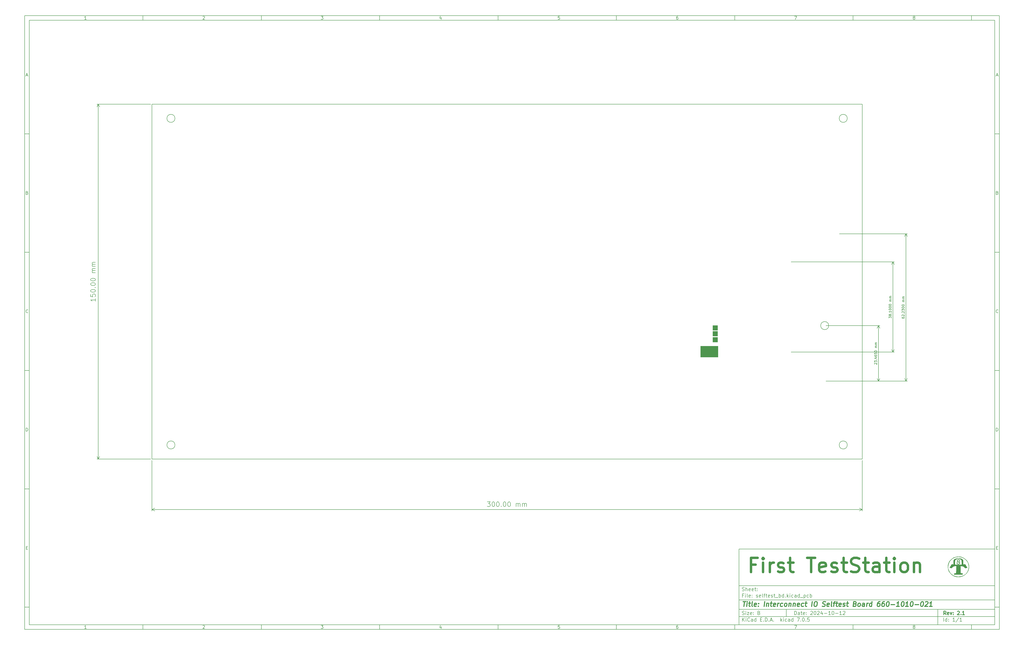
<source format=gbr>
G04 #@! TF.GenerationSoftware,KiCad,Pcbnew,7.0.5*
G04 #@! TF.CreationDate,2024-12-04T21:24:25-05:00*
G04 #@! TF.ProjectId,selftest_bd,73656c66-7465-4737-945f-62642e6b6963,2.1*
G04 #@! TF.SameCoordinates,Original*
G04 #@! TF.FileFunction,Other,Comment*
%FSLAX46Y46*%
G04 Gerber Fmt 4.6, Leading zero omitted, Abs format (unit mm)*
G04 Created by KiCad (PCBNEW 7.0.5) date 2024-12-04 21:24:25*
%MOMM*%
%LPD*%
G01*
G04 APERTURE LIST*
%ADD10C,0.100000*%
%ADD11C,0.150000*%
%ADD12C,0.300000*%
%ADD13C,0.400000*%
%ADD14C,1.000000*%
G04 #@! TA.AperFunction,Profile*
%ADD15C,0.160000*%
G04 #@! TD*
G04 APERTURE END LIST*
D10*
D11*
X311800000Y-235400000D02*
X419800000Y-235400000D01*
X419800000Y-267400000D01*
X311800000Y-267400000D01*
X311800000Y-235400000D01*
D10*
D11*
X10000000Y-10000000D02*
X421800000Y-10000000D01*
X421800000Y-269400000D01*
X10000000Y-269400000D01*
X10000000Y-10000000D01*
D10*
D11*
X12000000Y-12000000D02*
X419800000Y-12000000D01*
X419800000Y-267400000D01*
X12000000Y-267400000D01*
X12000000Y-12000000D01*
D10*
D11*
X60000000Y-12000000D02*
X60000000Y-10000000D01*
D10*
D11*
X110000000Y-12000000D02*
X110000000Y-10000000D01*
D10*
D11*
X160000000Y-12000000D02*
X160000000Y-10000000D01*
D10*
D11*
X210000000Y-12000000D02*
X210000000Y-10000000D01*
D10*
D11*
X260000000Y-12000000D02*
X260000000Y-10000000D01*
D10*
D11*
X310000000Y-12000000D02*
X310000000Y-10000000D01*
D10*
D11*
X360000000Y-12000000D02*
X360000000Y-10000000D01*
D10*
D11*
X410000000Y-12000000D02*
X410000000Y-10000000D01*
D10*
D11*
X36089160Y-11593604D02*
X35346303Y-11593604D01*
X35717731Y-11593604D02*
X35717731Y-10293604D01*
X35717731Y-10293604D02*
X35593922Y-10479319D01*
X35593922Y-10479319D02*
X35470112Y-10603128D01*
X35470112Y-10603128D02*
X35346303Y-10665033D01*
D10*
D11*
X85346303Y-10417414D02*
X85408207Y-10355509D01*
X85408207Y-10355509D02*
X85532017Y-10293604D01*
X85532017Y-10293604D02*
X85841541Y-10293604D01*
X85841541Y-10293604D02*
X85965350Y-10355509D01*
X85965350Y-10355509D02*
X86027255Y-10417414D01*
X86027255Y-10417414D02*
X86089160Y-10541223D01*
X86089160Y-10541223D02*
X86089160Y-10665033D01*
X86089160Y-10665033D02*
X86027255Y-10850747D01*
X86027255Y-10850747D02*
X85284398Y-11593604D01*
X85284398Y-11593604D02*
X86089160Y-11593604D01*
D10*
D11*
X135284398Y-10293604D02*
X136089160Y-10293604D01*
X136089160Y-10293604D02*
X135655826Y-10788842D01*
X135655826Y-10788842D02*
X135841541Y-10788842D01*
X135841541Y-10788842D02*
X135965350Y-10850747D01*
X135965350Y-10850747D02*
X136027255Y-10912652D01*
X136027255Y-10912652D02*
X136089160Y-11036461D01*
X136089160Y-11036461D02*
X136089160Y-11345985D01*
X136089160Y-11345985D02*
X136027255Y-11469795D01*
X136027255Y-11469795D02*
X135965350Y-11531700D01*
X135965350Y-11531700D02*
X135841541Y-11593604D01*
X135841541Y-11593604D02*
X135470112Y-11593604D01*
X135470112Y-11593604D02*
X135346303Y-11531700D01*
X135346303Y-11531700D02*
X135284398Y-11469795D01*
D10*
D11*
X185965350Y-10726938D02*
X185965350Y-11593604D01*
X185655826Y-10231700D02*
X185346303Y-11160271D01*
X185346303Y-11160271D02*
X186151064Y-11160271D01*
D10*
D11*
X236027255Y-10293604D02*
X235408207Y-10293604D01*
X235408207Y-10293604D02*
X235346303Y-10912652D01*
X235346303Y-10912652D02*
X235408207Y-10850747D01*
X235408207Y-10850747D02*
X235532017Y-10788842D01*
X235532017Y-10788842D02*
X235841541Y-10788842D01*
X235841541Y-10788842D02*
X235965350Y-10850747D01*
X235965350Y-10850747D02*
X236027255Y-10912652D01*
X236027255Y-10912652D02*
X236089160Y-11036461D01*
X236089160Y-11036461D02*
X236089160Y-11345985D01*
X236089160Y-11345985D02*
X236027255Y-11469795D01*
X236027255Y-11469795D02*
X235965350Y-11531700D01*
X235965350Y-11531700D02*
X235841541Y-11593604D01*
X235841541Y-11593604D02*
X235532017Y-11593604D01*
X235532017Y-11593604D02*
X235408207Y-11531700D01*
X235408207Y-11531700D02*
X235346303Y-11469795D01*
D10*
D11*
X285965350Y-10293604D02*
X285717731Y-10293604D01*
X285717731Y-10293604D02*
X285593922Y-10355509D01*
X285593922Y-10355509D02*
X285532017Y-10417414D01*
X285532017Y-10417414D02*
X285408207Y-10603128D01*
X285408207Y-10603128D02*
X285346303Y-10850747D01*
X285346303Y-10850747D02*
X285346303Y-11345985D01*
X285346303Y-11345985D02*
X285408207Y-11469795D01*
X285408207Y-11469795D02*
X285470112Y-11531700D01*
X285470112Y-11531700D02*
X285593922Y-11593604D01*
X285593922Y-11593604D02*
X285841541Y-11593604D01*
X285841541Y-11593604D02*
X285965350Y-11531700D01*
X285965350Y-11531700D02*
X286027255Y-11469795D01*
X286027255Y-11469795D02*
X286089160Y-11345985D01*
X286089160Y-11345985D02*
X286089160Y-11036461D01*
X286089160Y-11036461D02*
X286027255Y-10912652D01*
X286027255Y-10912652D02*
X285965350Y-10850747D01*
X285965350Y-10850747D02*
X285841541Y-10788842D01*
X285841541Y-10788842D02*
X285593922Y-10788842D01*
X285593922Y-10788842D02*
X285470112Y-10850747D01*
X285470112Y-10850747D02*
X285408207Y-10912652D01*
X285408207Y-10912652D02*
X285346303Y-11036461D01*
D10*
D11*
X335284398Y-10293604D02*
X336151064Y-10293604D01*
X336151064Y-10293604D02*
X335593922Y-11593604D01*
D10*
D11*
X385593922Y-10850747D02*
X385470112Y-10788842D01*
X385470112Y-10788842D02*
X385408207Y-10726938D01*
X385408207Y-10726938D02*
X385346303Y-10603128D01*
X385346303Y-10603128D02*
X385346303Y-10541223D01*
X385346303Y-10541223D02*
X385408207Y-10417414D01*
X385408207Y-10417414D02*
X385470112Y-10355509D01*
X385470112Y-10355509D02*
X385593922Y-10293604D01*
X385593922Y-10293604D02*
X385841541Y-10293604D01*
X385841541Y-10293604D02*
X385965350Y-10355509D01*
X385965350Y-10355509D02*
X386027255Y-10417414D01*
X386027255Y-10417414D02*
X386089160Y-10541223D01*
X386089160Y-10541223D02*
X386089160Y-10603128D01*
X386089160Y-10603128D02*
X386027255Y-10726938D01*
X386027255Y-10726938D02*
X385965350Y-10788842D01*
X385965350Y-10788842D02*
X385841541Y-10850747D01*
X385841541Y-10850747D02*
X385593922Y-10850747D01*
X385593922Y-10850747D02*
X385470112Y-10912652D01*
X385470112Y-10912652D02*
X385408207Y-10974557D01*
X385408207Y-10974557D02*
X385346303Y-11098366D01*
X385346303Y-11098366D02*
X385346303Y-11345985D01*
X385346303Y-11345985D02*
X385408207Y-11469795D01*
X385408207Y-11469795D02*
X385470112Y-11531700D01*
X385470112Y-11531700D02*
X385593922Y-11593604D01*
X385593922Y-11593604D02*
X385841541Y-11593604D01*
X385841541Y-11593604D02*
X385965350Y-11531700D01*
X385965350Y-11531700D02*
X386027255Y-11469795D01*
X386027255Y-11469795D02*
X386089160Y-11345985D01*
X386089160Y-11345985D02*
X386089160Y-11098366D01*
X386089160Y-11098366D02*
X386027255Y-10974557D01*
X386027255Y-10974557D02*
X385965350Y-10912652D01*
X385965350Y-10912652D02*
X385841541Y-10850747D01*
D10*
D11*
X60000000Y-267400000D02*
X60000000Y-269400000D01*
D10*
D11*
X110000000Y-267400000D02*
X110000000Y-269400000D01*
D10*
D11*
X160000000Y-267400000D02*
X160000000Y-269400000D01*
D10*
D11*
X210000000Y-267400000D02*
X210000000Y-269400000D01*
D10*
D11*
X260000000Y-267400000D02*
X260000000Y-269400000D01*
D10*
D11*
X310000000Y-267400000D02*
X310000000Y-269400000D01*
D10*
D11*
X360000000Y-267400000D02*
X360000000Y-269400000D01*
D10*
D11*
X410000000Y-267400000D02*
X410000000Y-269400000D01*
D10*
D11*
X36089160Y-268993604D02*
X35346303Y-268993604D01*
X35717731Y-268993604D02*
X35717731Y-267693604D01*
X35717731Y-267693604D02*
X35593922Y-267879319D01*
X35593922Y-267879319D02*
X35470112Y-268003128D01*
X35470112Y-268003128D02*
X35346303Y-268065033D01*
D10*
D11*
X85346303Y-267817414D02*
X85408207Y-267755509D01*
X85408207Y-267755509D02*
X85532017Y-267693604D01*
X85532017Y-267693604D02*
X85841541Y-267693604D01*
X85841541Y-267693604D02*
X85965350Y-267755509D01*
X85965350Y-267755509D02*
X86027255Y-267817414D01*
X86027255Y-267817414D02*
X86089160Y-267941223D01*
X86089160Y-267941223D02*
X86089160Y-268065033D01*
X86089160Y-268065033D02*
X86027255Y-268250747D01*
X86027255Y-268250747D02*
X85284398Y-268993604D01*
X85284398Y-268993604D02*
X86089160Y-268993604D01*
D10*
D11*
X135284398Y-267693604D02*
X136089160Y-267693604D01*
X136089160Y-267693604D02*
X135655826Y-268188842D01*
X135655826Y-268188842D02*
X135841541Y-268188842D01*
X135841541Y-268188842D02*
X135965350Y-268250747D01*
X135965350Y-268250747D02*
X136027255Y-268312652D01*
X136027255Y-268312652D02*
X136089160Y-268436461D01*
X136089160Y-268436461D02*
X136089160Y-268745985D01*
X136089160Y-268745985D02*
X136027255Y-268869795D01*
X136027255Y-268869795D02*
X135965350Y-268931700D01*
X135965350Y-268931700D02*
X135841541Y-268993604D01*
X135841541Y-268993604D02*
X135470112Y-268993604D01*
X135470112Y-268993604D02*
X135346303Y-268931700D01*
X135346303Y-268931700D02*
X135284398Y-268869795D01*
D10*
D11*
X185965350Y-268126938D02*
X185965350Y-268993604D01*
X185655826Y-267631700D02*
X185346303Y-268560271D01*
X185346303Y-268560271D02*
X186151064Y-268560271D01*
D10*
D11*
X236027255Y-267693604D02*
X235408207Y-267693604D01*
X235408207Y-267693604D02*
X235346303Y-268312652D01*
X235346303Y-268312652D02*
X235408207Y-268250747D01*
X235408207Y-268250747D02*
X235532017Y-268188842D01*
X235532017Y-268188842D02*
X235841541Y-268188842D01*
X235841541Y-268188842D02*
X235965350Y-268250747D01*
X235965350Y-268250747D02*
X236027255Y-268312652D01*
X236027255Y-268312652D02*
X236089160Y-268436461D01*
X236089160Y-268436461D02*
X236089160Y-268745985D01*
X236089160Y-268745985D02*
X236027255Y-268869795D01*
X236027255Y-268869795D02*
X235965350Y-268931700D01*
X235965350Y-268931700D02*
X235841541Y-268993604D01*
X235841541Y-268993604D02*
X235532017Y-268993604D01*
X235532017Y-268993604D02*
X235408207Y-268931700D01*
X235408207Y-268931700D02*
X235346303Y-268869795D01*
D10*
D11*
X285965350Y-267693604D02*
X285717731Y-267693604D01*
X285717731Y-267693604D02*
X285593922Y-267755509D01*
X285593922Y-267755509D02*
X285532017Y-267817414D01*
X285532017Y-267817414D02*
X285408207Y-268003128D01*
X285408207Y-268003128D02*
X285346303Y-268250747D01*
X285346303Y-268250747D02*
X285346303Y-268745985D01*
X285346303Y-268745985D02*
X285408207Y-268869795D01*
X285408207Y-268869795D02*
X285470112Y-268931700D01*
X285470112Y-268931700D02*
X285593922Y-268993604D01*
X285593922Y-268993604D02*
X285841541Y-268993604D01*
X285841541Y-268993604D02*
X285965350Y-268931700D01*
X285965350Y-268931700D02*
X286027255Y-268869795D01*
X286027255Y-268869795D02*
X286089160Y-268745985D01*
X286089160Y-268745985D02*
X286089160Y-268436461D01*
X286089160Y-268436461D02*
X286027255Y-268312652D01*
X286027255Y-268312652D02*
X285965350Y-268250747D01*
X285965350Y-268250747D02*
X285841541Y-268188842D01*
X285841541Y-268188842D02*
X285593922Y-268188842D01*
X285593922Y-268188842D02*
X285470112Y-268250747D01*
X285470112Y-268250747D02*
X285408207Y-268312652D01*
X285408207Y-268312652D02*
X285346303Y-268436461D01*
D10*
D11*
X335284398Y-267693604D02*
X336151064Y-267693604D01*
X336151064Y-267693604D02*
X335593922Y-268993604D01*
D10*
D11*
X385593922Y-268250747D02*
X385470112Y-268188842D01*
X385470112Y-268188842D02*
X385408207Y-268126938D01*
X385408207Y-268126938D02*
X385346303Y-268003128D01*
X385346303Y-268003128D02*
X385346303Y-267941223D01*
X385346303Y-267941223D02*
X385408207Y-267817414D01*
X385408207Y-267817414D02*
X385470112Y-267755509D01*
X385470112Y-267755509D02*
X385593922Y-267693604D01*
X385593922Y-267693604D02*
X385841541Y-267693604D01*
X385841541Y-267693604D02*
X385965350Y-267755509D01*
X385965350Y-267755509D02*
X386027255Y-267817414D01*
X386027255Y-267817414D02*
X386089160Y-267941223D01*
X386089160Y-267941223D02*
X386089160Y-268003128D01*
X386089160Y-268003128D02*
X386027255Y-268126938D01*
X386027255Y-268126938D02*
X385965350Y-268188842D01*
X385965350Y-268188842D02*
X385841541Y-268250747D01*
X385841541Y-268250747D02*
X385593922Y-268250747D01*
X385593922Y-268250747D02*
X385470112Y-268312652D01*
X385470112Y-268312652D02*
X385408207Y-268374557D01*
X385408207Y-268374557D02*
X385346303Y-268498366D01*
X385346303Y-268498366D02*
X385346303Y-268745985D01*
X385346303Y-268745985D02*
X385408207Y-268869795D01*
X385408207Y-268869795D02*
X385470112Y-268931700D01*
X385470112Y-268931700D02*
X385593922Y-268993604D01*
X385593922Y-268993604D02*
X385841541Y-268993604D01*
X385841541Y-268993604D02*
X385965350Y-268931700D01*
X385965350Y-268931700D02*
X386027255Y-268869795D01*
X386027255Y-268869795D02*
X386089160Y-268745985D01*
X386089160Y-268745985D02*
X386089160Y-268498366D01*
X386089160Y-268498366D02*
X386027255Y-268374557D01*
X386027255Y-268374557D02*
X385965350Y-268312652D01*
X385965350Y-268312652D02*
X385841541Y-268250747D01*
D10*
D11*
X10000000Y-60000000D02*
X12000000Y-60000000D01*
D10*
D11*
X10000000Y-110000000D02*
X12000000Y-110000000D01*
D10*
D11*
X10000000Y-160000000D02*
X12000000Y-160000000D01*
D10*
D11*
X10000000Y-210000000D02*
X12000000Y-210000000D01*
D10*
D11*
X10000000Y-260000000D02*
X12000000Y-260000000D01*
D10*
D11*
X10690476Y-35222176D02*
X11309523Y-35222176D01*
X10566666Y-35593604D02*
X10999999Y-34293604D01*
X10999999Y-34293604D02*
X11433333Y-35593604D01*
D10*
D11*
X11092857Y-84912652D02*
X11278571Y-84974557D01*
X11278571Y-84974557D02*
X11340476Y-85036461D01*
X11340476Y-85036461D02*
X11402380Y-85160271D01*
X11402380Y-85160271D02*
X11402380Y-85345985D01*
X11402380Y-85345985D02*
X11340476Y-85469795D01*
X11340476Y-85469795D02*
X11278571Y-85531700D01*
X11278571Y-85531700D02*
X11154761Y-85593604D01*
X11154761Y-85593604D02*
X10659523Y-85593604D01*
X10659523Y-85593604D02*
X10659523Y-84293604D01*
X10659523Y-84293604D02*
X11092857Y-84293604D01*
X11092857Y-84293604D02*
X11216666Y-84355509D01*
X11216666Y-84355509D02*
X11278571Y-84417414D01*
X11278571Y-84417414D02*
X11340476Y-84541223D01*
X11340476Y-84541223D02*
X11340476Y-84665033D01*
X11340476Y-84665033D02*
X11278571Y-84788842D01*
X11278571Y-84788842D02*
X11216666Y-84850747D01*
X11216666Y-84850747D02*
X11092857Y-84912652D01*
X11092857Y-84912652D02*
X10659523Y-84912652D01*
D10*
D11*
X11402380Y-135469795D02*
X11340476Y-135531700D01*
X11340476Y-135531700D02*
X11154761Y-135593604D01*
X11154761Y-135593604D02*
X11030952Y-135593604D01*
X11030952Y-135593604D02*
X10845238Y-135531700D01*
X10845238Y-135531700D02*
X10721428Y-135407890D01*
X10721428Y-135407890D02*
X10659523Y-135284080D01*
X10659523Y-135284080D02*
X10597619Y-135036461D01*
X10597619Y-135036461D02*
X10597619Y-134850747D01*
X10597619Y-134850747D02*
X10659523Y-134603128D01*
X10659523Y-134603128D02*
X10721428Y-134479319D01*
X10721428Y-134479319D02*
X10845238Y-134355509D01*
X10845238Y-134355509D02*
X11030952Y-134293604D01*
X11030952Y-134293604D02*
X11154761Y-134293604D01*
X11154761Y-134293604D02*
X11340476Y-134355509D01*
X11340476Y-134355509D02*
X11402380Y-134417414D01*
D10*
D11*
X10659523Y-185593604D02*
X10659523Y-184293604D01*
X10659523Y-184293604D02*
X10969047Y-184293604D01*
X10969047Y-184293604D02*
X11154761Y-184355509D01*
X11154761Y-184355509D02*
X11278571Y-184479319D01*
X11278571Y-184479319D02*
X11340476Y-184603128D01*
X11340476Y-184603128D02*
X11402380Y-184850747D01*
X11402380Y-184850747D02*
X11402380Y-185036461D01*
X11402380Y-185036461D02*
X11340476Y-185284080D01*
X11340476Y-185284080D02*
X11278571Y-185407890D01*
X11278571Y-185407890D02*
X11154761Y-185531700D01*
X11154761Y-185531700D02*
X10969047Y-185593604D01*
X10969047Y-185593604D02*
X10659523Y-185593604D01*
D10*
D11*
X10721428Y-234912652D02*
X11154762Y-234912652D01*
X11340476Y-235593604D02*
X10721428Y-235593604D01*
X10721428Y-235593604D02*
X10721428Y-234293604D01*
X10721428Y-234293604D02*
X11340476Y-234293604D01*
D10*
D11*
X421800000Y-60000000D02*
X419800000Y-60000000D01*
D10*
D11*
X421800000Y-110000000D02*
X419800000Y-110000000D01*
D10*
D11*
X421800000Y-160000000D02*
X419800000Y-160000000D01*
D10*
D11*
X421800000Y-210000000D02*
X419800000Y-210000000D01*
D10*
D11*
X421800000Y-260000000D02*
X419800000Y-260000000D01*
D10*
D11*
X420490476Y-35222176D02*
X421109523Y-35222176D01*
X420366666Y-35593604D02*
X420799999Y-34293604D01*
X420799999Y-34293604D02*
X421233333Y-35593604D01*
D10*
D11*
X420892857Y-84912652D02*
X421078571Y-84974557D01*
X421078571Y-84974557D02*
X421140476Y-85036461D01*
X421140476Y-85036461D02*
X421202380Y-85160271D01*
X421202380Y-85160271D02*
X421202380Y-85345985D01*
X421202380Y-85345985D02*
X421140476Y-85469795D01*
X421140476Y-85469795D02*
X421078571Y-85531700D01*
X421078571Y-85531700D02*
X420954761Y-85593604D01*
X420954761Y-85593604D02*
X420459523Y-85593604D01*
X420459523Y-85593604D02*
X420459523Y-84293604D01*
X420459523Y-84293604D02*
X420892857Y-84293604D01*
X420892857Y-84293604D02*
X421016666Y-84355509D01*
X421016666Y-84355509D02*
X421078571Y-84417414D01*
X421078571Y-84417414D02*
X421140476Y-84541223D01*
X421140476Y-84541223D02*
X421140476Y-84665033D01*
X421140476Y-84665033D02*
X421078571Y-84788842D01*
X421078571Y-84788842D02*
X421016666Y-84850747D01*
X421016666Y-84850747D02*
X420892857Y-84912652D01*
X420892857Y-84912652D02*
X420459523Y-84912652D01*
D10*
D11*
X421202380Y-135469795D02*
X421140476Y-135531700D01*
X421140476Y-135531700D02*
X420954761Y-135593604D01*
X420954761Y-135593604D02*
X420830952Y-135593604D01*
X420830952Y-135593604D02*
X420645238Y-135531700D01*
X420645238Y-135531700D02*
X420521428Y-135407890D01*
X420521428Y-135407890D02*
X420459523Y-135284080D01*
X420459523Y-135284080D02*
X420397619Y-135036461D01*
X420397619Y-135036461D02*
X420397619Y-134850747D01*
X420397619Y-134850747D02*
X420459523Y-134603128D01*
X420459523Y-134603128D02*
X420521428Y-134479319D01*
X420521428Y-134479319D02*
X420645238Y-134355509D01*
X420645238Y-134355509D02*
X420830952Y-134293604D01*
X420830952Y-134293604D02*
X420954761Y-134293604D01*
X420954761Y-134293604D02*
X421140476Y-134355509D01*
X421140476Y-134355509D02*
X421202380Y-134417414D01*
D10*
D11*
X420459523Y-185593604D02*
X420459523Y-184293604D01*
X420459523Y-184293604D02*
X420769047Y-184293604D01*
X420769047Y-184293604D02*
X420954761Y-184355509D01*
X420954761Y-184355509D02*
X421078571Y-184479319D01*
X421078571Y-184479319D02*
X421140476Y-184603128D01*
X421140476Y-184603128D02*
X421202380Y-184850747D01*
X421202380Y-184850747D02*
X421202380Y-185036461D01*
X421202380Y-185036461D02*
X421140476Y-185284080D01*
X421140476Y-185284080D02*
X421078571Y-185407890D01*
X421078571Y-185407890D02*
X420954761Y-185531700D01*
X420954761Y-185531700D02*
X420769047Y-185593604D01*
X420769047Y-185593604D02*
X420459523Y-185593604D01*
D10*
D11*
X420521428Y-234912652D02*
X420954762Y-234912652D01*
X421140476Y-235593604D02*
X420521428Y-235593604D01*
X420521428Y-235593604D02*
X420521428Y-234293604D01*
X420521428Y-234293604D02*
X421140476Y-234293604D01*
D10*
D11*
X335255826Y-263186128D02*
X335255826Y-261686128D01*
X335255826Y-261686128D02*
X335612969Y-261686128D01*
X335612969Y-261686128D02*
X335827255Y-261757557D01*
X335827255Y-261757557D02*
X335970112Y-261900414D01*
X335970112Y-261900414D02*
X336041541Y-262043271D01*
X336041541Y-262043271D02*
X336112969Y-262328985D01*
X336112969Y-262328985D02*
X336112969Y-262543271D01*
X336112969Y-262543271D02*
X336041541Y-262828985D01*
X336041541Y-262828985D02*
X335970112Y-262971842D01*
X335970112Y-262971842D02*
X335827255Y-263114700D01*
X335827255Y-263114700D02*
X335612969Y-263186128D01*
X335612969Y-263186128D02*
X335255826Y-263186128D01*
X337398684Y-263186128D02*
X337398684Y-262400414D01*
X337398684Y-262400414D02*
X337327255Y-262257557D01*
X337327255Y-262257557D02*
X337184398Y-262186128D01*
X337184398Y-262186128D02*
X336898684Y-262186128D01*
X336898684Y-262186128D02*
X336755826Y-262257557D01*
X337398684Y-263114700D02*
X337255826Y-263186128D01*
X337255826Y-263186128D02*
X336898684Y-263186128D01*
X336898684Y-263186128D02*
X336755826Y-263114700D01*
X336755826Y-263114700D02*
X336684398Y-262971842D01*
X336684398Y-262971842D02*
X336684398Y-262828985D01*
X336684398Y-262828985D02*
X336755826Y-262686128D01*
X336755826Y-262686128D02*
X336898684Y-262614700D01*
X336898684Y-262614700D02*
X337255826Y-262614700D01*
X337255826Y-262614700D02*
X337398684Y-262543271D01*
X337898684Y-262186128D02*
X338470112Y-262186128D01*
X338112969Y-261686128D02*
X338112969Y-262971842D01*
X338112969Y-262971842D02*
X338184398Y-263114700D01*
X338184398Y-263114700D02*
X338327255Y-263186128D01*
X338327255Y-263186128D02*
X338470112Y-263186128D01*
X339541541Y-263114700D02*
X339398684Y-263186128D01*
X339398684Y-263186128D02*
X339112970Y-263186128D01*
X339112970Y-263186128D02*
X338970112Y-263114700D01*
X338970112Y-263114700D02*
X338898684Y-262971842D01*
X338898684Y-262971842D02*
X338898684Y-262400414D01*
X338898684Y-262400414D02*
X338970112Y-262257557D01*
X338970112Y-262257557D02*
X339112970Y-262186128D01*
X339112970Y-262186128D02*
X339398684Y-262186128D01*
X339398684Y-262186128D02*
X339541541Y-262257557D01*
X339541541Y-262257557D02*
X339612970Y-262400414D01*
X339612970Y-262400414D02*
X339612970Y-262543271D01*
X339612970Y-262543271D02*
X338898684Y-262686128D01*
X340255826Y-263043271D02*
X340327255Y-263114700D01*
X340327255Y-263114700D02*
X340255826Y-263186128D01*
X340255826Y-263186128D02*
X340184398Y-263114700D01*
X340184398Y-263114700D02*
X340255826Y-263043271D01*
X340255826Y-263043271D02*
X340255826Y-263186128D01*
X340255826Y-262257557D02*
X340327255Y-262328985D01*
X340327255Y-262328985D02*
X340255826Y-262400414D01*
X340255826Y-262400414D02*
X340184398Y-262328985D01*
X340184398Y-262328985D02*
X340255826Y-262257557D01*
X340255826Y-262257557D02*
X340255826Y-262400414D01*
X342041541Y-261828985D02*
X342112969Y-261757557D01*
X342112969Y-261757557D02*
X342255827Y-261686128D01*
X342255827Y-261686128D02*
X342612969Y-261686128D01*
X342612969Y-261686128D02*
X342755827Y-261757557D01*
X342755827Y-261757557D02*
X342827255Y-261828985D01*
X342827255Y-261828985D02*
X342898684Y-261971842D01*
X342898684Y-261971842D02*
X342898684Y-262114700D01*
X342898684Y-262114700D02*
X342827255Y-262328985D01*
X342827255Y-262328985D02*
X341970112Y-263186128D01*
X341970112Y-263186128D02*
X342898684Y-263186128D01*
X343827255Y-261686128D02*
X343970112Y-261686128D01*
X343970112Y-261686128D02*
X344112969Y-261757557D01*
X344112969Y-261757557D02*
X344184398Y-261828985D01*
X344184398Y-261828985D02*
X344255826Y-261971842D01*
X344255826Y-261971842D02*
X344327255Y-262257557D01*
X344327255Y-262257557D02*
X344327255Y-262614700D01*
X344327255Y-262614700D02*
X344255826Y-262900414D01*
X344255826Y-262900414D02*
X344184398Y-263043271D01*
X344184398Y-263043271D02*
X344112969Y-263114700D01*
X344112969Y-263114700D02*
X343970112Y-263186128D01*
X343970112Y-263186128D02*
X343827255Y-263186128D01*
X343827255Y-263186128D02*
X343684398Y-263114700D01*
X343684398Y-263114700D02*
X343612969Y-263043271D01*
X343612969Y-263043271D02*
X343541540Y-262900414D01*
X343541540Y-262900414D02*
X343470112Y-262614700D01*
X343470112Y-262614700D02*
X343470112Y-262257557D01*
X343470112Y-262257557D02*
X343541540Y-261971842D01*
X343541540Y-261971842D02*
X343612969Y-261828985D01*
X343612969Y-261828985D02*
X343684398Y-261757557D01*
X343684398Y-261757557D02*
X343827255Y-261686128D01*
X344898683Y-261828985D02*
X344970111Y-261757557D01*
X344970111Y-261757557D02*
X345112969Y-261686128D01*
X345112969Y-261686128D02*
X345470111Y-261686128D01*
X345470111Y-261686128D02*
X345612969Y-261757557D01*
X345612969Y-261757557D02*
X345684397Y-261828985D01*
X345684397Y-261828985D02*
X345755826Y-261971842D01*
X345755826Y-261971842D02*
X345755826Y-262114700D01*
X345755826Y-262114700D02*
X345684397Y-262328985D01*
X345684397Y-262328985D02*
X344827254Y-263186128D01*
X344827254Y-263186128D02*
X345755826Y-263186128D01*
X347041540Y-262186128D02*
X347041540Y-263186128D01*
X346684397Y-261614700D02*
X346327254Y-262686128D01*
X346327254Y-262686128D02*
X347255825Y-262686128D01*
X347827253Y-262614700D02*
X348970111Y-262614700D01*
X350470111Y-263186128D02*
X349612968Y-263186128D01*
X350041539Y-263186128D02*
X350041539Y-261686128D01*
X350041539Y-261686128D02*
X349898682Y-261900414D01*
X349898682Y-261900414D02*
X349755825Y-262043271D01*
X349755825Y-262043271D02*
X349612968Y-262114700D01*
X351398682Y-261686128D02*
X351541539Y-261686128D01*
X351541539Y-261686128D02*
X351684396Y-261757557D01*
X351684396Y-261757557D02*
X351755825Y-261828985D01*
X351755825Y-261828985D02*
X351827253Y-261971842D01*
X351827253Y-261971842D02*
X351898682Y-262257557D01*
X351898682Y-262257557D02*
X351898682Y-262614700D01*
X351898682Y-262614700D02*
X351827253Y-262900414D01*
X351827253Y-262900414D02*
X351755825Y-263043271D01*
X351755825Y-263043271D02*
X351684396Y-263114700D01*
X351684396Y-263114700D02*
X351541539Y-263186128D01*
X351541539Y-263186128D02*
X351398682Y-263186128D01*
X351398682Y-263186128D02*
X351255825Y-263114700D01*
X351255825Y-263114700D02*
X351184396Y-263043271D01*
X351184396Y-263043271D02*
X351112967Y-262900414D01*
X351112967Y-262900414D02*
X351041539Y-262614700D01*
X351041539Y-262614700D02*
X351041539Y-262257557D01*
X351041539Y-262257557D02*
X351112967Y-261971842D01*
X351112967Y-261971842D02*
X351184396Y-261828985D01*
X351184396Y-261828985D02*
X351255825Y-261757557D01*
X351255825Y-261757557D02*
X351398682Y-261686128D01*
X352541538Y-262614700D02*
X353684396Y-262614700D01*
X355184396Y-263186128D02*
X354327253Y-263186128D01*
X354755824Y-263186128D02*
X354755824Y-261686128D01*
X354755824Y-261686128D02*
X354612967Y-261900414D01*
X354612967Y-261900414D02*
X354470110Y-262043271D01*
X354470110Y-262043271D02*
X354327253Y-262114700D01*
X355755824Y-261828985D02*
X355827252Y-261757557D01*
X355827252Y-261757557D02*
X355970110Y-261686128D01*
X355970110Y-261686128D02*
X356327252Y-261686128D01*
X356327252Y-261686128D02*
X356470110Y-261757557D01*
X356470110Y-261757557D02*
X356541538Y-261828985D01*
X356541538Y-261828985D02*
X356612967Y-261971842D01*
X356612967Y-261971842D02*
X356612967Y-262114700D01*
X356612967Y-262114700D02*
X356541538Y-262328985D01*
X356541538Y-262328985D02*
X355684395Y-263186128D01*
X355684395Y-263186128D02*
X356612967Y-263186128D01*
D10*
D11*
X311800000Y-263900000D02*
X419800000Y-263900000D01*
D10*
D11*
X313255826Y-265986128D02*
X313255826Y-264486128D01*
X314112969Y-265986128D02*
X313470112Y-265128985D01*
X314112969Y-264486128D02*
X313255826Y-265343271D01*
X314755826Y-265986128D02*
X314755826Y-264986128D01*
X314755826Y-264486128D02*
X314684398Y-264557557D01*
X314684398Y-264557557D02*
X314755826Y-264628985D01*
X314755826Y-264628985D02*
X314827255Y-264557557D01*
X314827255Y-264557557D02*
X314755826Y-264486128D01*
X314755826Y-264486128D02*
X314755826Y-264628985D01*
X316327255Y-265843271D02*
X316255827Y-265914700D01*
X316255827Y-265914700D02*
X316041541Y-265986128D01*
X316041541Y-265986128D02*
X315898684Y-265986128D01*
X315898684Y-265986128D02*
X315684398Y-265914700D01*
X315684398Y-265914700D02*
X315541541Y-265771842D01*
X315541541Y-265771842D02*
X315470112Y-265628985D01*
X315470112Y-265628985D02*
X315398684Y-265343271D01*
X315398684Y-265343271D02*
X315398684Y-265128985D01*
X315398684Y-265128985D02*
X315470112Y-264843271D01*
X315470112Y-264843271D02*
X315541541Y-264700414D01*
X315541541Y-264700414D02*
X315684398Y-264557557D01*
X315684398Y-264557557D02*
X315898684Y-264486128D01*
X315898684Y-264486128D02*
X316041541Y-264486128D01*
X316041541Y-264486128D02*
X316255827Y-264557557D01*
X316255827Y-264557557D02*
X316327255Y-264628985D01*
X317612970Y-265986128D02*
X317612970Y-265200414D01*
X317612970Y-265200414D02*
X317541541Y-265057557D01*
X317541541Y-265057557D02*
X317398684Y-264986128D01*
X317398684Y-264986128D02*
X317112970Y-264986128D01*
X317112970Y-264986128D02*
X316970112Y-265057557D01*
X317612970Y-265914700D02*
X317470112Y-265986128D01*
X317470112Y-265986128D02*
X317112970Y-265986128D01*
X317112970Y-265986128D02*
X316970112Y-265914700D01*
X316970112Y-265914700D02*
X316898684Y-265771842D01*
X316898684Y-265771842D02*
X316898684Y-265628985D01*
X316898684Y-265628985D02*
X316970112Y-265486128D01*
X316970112Y-265486128D02*
X317112970Y-265414700D01*
X317112970Y-265414700D02*
X317470112Y-265414700D01*
X317470112Y-265414700D02*
X317612970Y-265343271D01*
X318970113Y-265986128D02*
X318970113Y-264486128D01*
X318970113Y-265914700D02*
X318827255Y-265986128D01*
X318827255Y-265986128D02*
X318541541Y-265986128D01*
X318541541Y-265986128D02*
X318398684Y-265914700D01*
X318398684Y-265914700D02*
X318327255Y-265843271D01*
X318327255Y-265843271D02*
X318255827Y-265700414D01*
X318255827Y-265700414D02*
X318255827Y-265271842D01*
X318255827Y-265271842D02*
X318327255Y-265128985D01*
X318327255Y-265128985D02*
X318398684Y-265057557D01*
X318398684Y-265057557D02*
X318541541Y-264986128D01*
X318541541Y-264986128D02*
X318827255Y-264986128D01*
X318827255Y-264986128D02*
X318970113Y-265057557D01*
X320827255Y-265200414D02*
X321327255Y-265200414D01*
X321541541Y-265986128D02*
X320827255Y-265986128D01*
X320827255Y-265986128D02*
X320827255Y-264486128D01*
X320827255Y-264486128D02*
X321541541Y-264486128D01*
X322184398Y-265843271D02*
X322255827Y-265914700D01*
X322255827Y-265914700D02*
X322184398Y-265986128D01*
X322184398Y-265986128D02*
X322112970Y-265914700D01*
X322112970Y-265914700D02*
X322184398Y-265843271D01*
X322184398Y-265843271D02*
X322184398Y-265986128D01*
X322898684Y-265986128D02*
X322898684Y-264486128D01*
X322898684Y-264486128D02*
X323255827Y-264486128D01*
X323255827Y-264486128D02*
X323470113Y-264557557D01*
X323470113Y-264557557D02*
X323612970Y-264700414D01*
X323612970Y-264700414D02*
X323684399Y-264843271D01*
X323684399Y-264843271D02*
X323755827Y-265128985D01*
X323755827Y-265128985D02*
X323755827Y-265343271D01*
X323755827Y-265343271D02*
X323684399Y-265628985D01*
X323684399Y-265628985D02*
X323612970Y-265771842D01*
X323612970Y-265771842D02*
X323470113Y-265914700D01*
X323470113Y-265914700D02*
X323255827Y-265986128D01*
X323255827Y-265986128D02*
X322898684Y-265986128D01*
X324398684Y-265843271D02*
X324470113Y-265914700D01*
X324470113Y-265914700D02*
X324398684Y-265986128D01*
X324398684Y-265986128D02*
X324327256Y-265914700D01*
X324327256Y-265914700D02*
X324398684Y-265843271D01*
X324398684Y-265843271D02*
X324398684Y-265986128D01*
X325041542Y-265557557D02*
X325755828Y-265557557D01*
X324898685Y-265986128D02*
X325398685Y-264486128D01*
X325398685Y-264486128D02*
X325898685Y-265986128D01*
X326398684Y-265843271D02*
X326470113Y-265914700D01*
X326470113Y-265914700D02*
X326398684Y-265986128D01*
X326398684Y-265986128D02*
X326327256Y-265914700D01*
X326327256Y-265914700D02*
X326398684Y-265843271D01*
X326398684Y-265843271D02*
X326398684Y-265986128D01*
X329398684Y-265986128D02*
X329398684Y-264486128D01*
X329541542Y-265414700D02*
X329970113Y-265986128D01*
X329970113Y-264986128D02*
X329398684Y-265557557D01*
X330612970Y-265986128D02*
X330612970Y-264986128D01*
X330612970Y-264486128D02*
X330541542Y-264557557D01*
X330541542Y-264557557D02*
X330612970Y-264628985D01*
X330612970Y-264628985D02*
X330684399Y-264557557D01*
X330684399Y-264557557D02*
X330612970Y-264486128D01*
X330612970Y-264486128D02*
X330612970Y-264628985D01*
X331970114Y-265914700D02*
X331827256Y-265986128D01*
X331827256Y-265986128D02*
X331541542Y-265986128D01*
X331541542Y-265986128D02*
X331398685Y-265914700D01*
X331398685Y-265914700D02*
X331327256Y-265843271D01*
X331327256Y-265843271D02*
X331255828Y-265700414D01*
X331255828Y-265700414D02*
X331255828Y-265271842D01*
X331255828Y-265271842D02*
X331327256Y-265128985D01*
X331327256Y-265128985D02*
X331398685Y-265057557D01*
X331398685Y-265057557D02*
X331541542Y-264986128D01*
X331541542Y-264986128D02*
X331827256Y-264986128D01*
X331827256Y-264986128D02*
X331970114Y-265057557D01*
X333255828Y-265986128D02*
X333255828Y-265200414D01*
X333255828Y-265200414D02*
X333184399Y-265057557D01*
X333184399Y-265057557D02*
X333041542Y-264986128D01*
X333041542Y-264986128D02*
X332755828Y-264986128D01*
X332755828Y-264986128D02*
X332612970Y-265057557D01*
X333255828Y-265914700D02*
X333112970Y-265986128D01*
X333112970Y-265986128D02*
X332755828Y-265986128D01*
X332755828Y-265986128D02*
X332612970Y-265914700D01*
X332612970Y-265914700D02*
X332541542Y-265771842D01*
X332541542Y-265771842D02*
X332541542Y-265628985D01*
X332541542Y-265628985D02*
X332612970Y-265486128D01*
X332612970Y-265486128D02*
X332755828Y-265414700D01*
X332755828Y-265414700D02*
X333112970Y-265414700D01*
X333112970Y-265414700D02*
X333255828Y-265343271D01*
X334612971Y-265986128D02*
X334612971Y-264486128D01*
X334612971Y-265914700D02*
X334470113Y-265986128D01*
X334470113Y-265986128D02*
X334184399Y-265986128D01*
X334184399Y-265986128D02*
X334041542Y-265914700D01*
X334041542Y-265914700D02*
X333970113Y-265843271D01*
X333970113Y-265843271D02*
X333898685Y-265700414D01*
X333898685Y-265700414D02*
X333898685Y-265271842D01*
X333898685Y-265271842D02*
X333970113Y-265128985D01*
X333970113Y-265128985D02*
X334041542Y-265057557D01*
X334041542Y-265057557D02*
X334184399Y-264986128D01*
X334184399Y-264986128D02*
X334470113Y-264986128D01*
X334470113Y-264986128D02*
X334612971Y-265057557D01*
X336327256Y-264486128D02*
X337327256Y-264486128D01*
X337327256Y-264486128D02*
X336684399Y-265986128D01*
X337898684Y-265843271D02*
X337970113Y-265914700D01*
X337970113Y-265914700D02*
X337898684Y-265986128D01*
X337898684Y-265986128D02*
X337827256Y-265914700D01*
X337827256Y-265914700D02*
X337898684Y-265843271D01*
X337898684Y-265843271D02*
X337898684Y-265986128D01*
X338898685Y-264486128D02*
X339041542Y-264486128D01*
X339041542Y-264486128D02*
X339184399Y-264557557D01*
X339184399Y-264557557D02*
X339255828Y-264628985D01*
X339255828Y-264628985D02*
X339327256Y-264771842D01*
X339327256Y-264771842D02*
X339398685Y-265057557D01*
X339398685Y-265057557D02*
X339398685Y-265414700D01*
X339398685Y-265414700D02*
X339327256Y-265700414D01*
X339327256Y-265700414D02*
X339255828Y-265843271D01*
X339255828Y-265843271D02*
X339184399Y-265914700D01*
X339184399Y-265914700D02*
X339041542Y-265986128D01*
X339041542Y-265986128D02*
X338898685Y-265986128D01*
X338898685Y-265986128D02*
X338755828Y-265914700D01*
X338755828Y-265914700D02*
X338684399Y-265843271D01*
X338684399Y-265843271D02*
X338612970Y-265700414D01*
X338612970Y-265700414D02*
X338541542Y-265414700D01*
X338541542Y-265414700D02*
X338541542Y-265057557D01*
X338541542Y-265057557D02*
X338612970Y-264771842D01*
X338612970Y-264771842D02*
X338684399Y-264628985D01*
X338684399Y-264628985D02*
X338755828Y-264557557D01*
X338755828Y-264557557D02*
X338898685Y-264486128D01*
X340041541Y-265843271D02*
X340112970Y-265914700D01*
X340112970Y-265914700D02*
X340041541Y-265986128D01*
X340041541Y-265986128D02*
X339970113Y-265914700D01*
X339970113Y-265914700D02*
X340041541Y-265843271D01*
X340041541Y-265843271D02*
X340041541Y-265986128D01*
X341470113Y-264486128D02*
X340755827Y-264486128D01*
X340755827Y-264486128D02*
X340684399Y-265200414D01*
X340684399Y-265200414D02*
X340755827Y-265128985D01*
X340755827Y-265128985D02*
X340898685Y-265057557D01*
X340898685Y-265057557D02*
X341255827Y-265057557D01*
X341255827Y-265057557D02*
X341398685Y-265128985D01*
X341398685Y-265128985D02*
X341470113Y-265200414D01*
X341470113Y-265200414D02*
X341541542Y-265343271D01*
X341541542Y-265343271D02*
X341541542Y-265700414D01*
X341541542Y-265700414D02*
X341470113Y-265843271D01*
X341470113Y-265843271D02*
X341398685Y-265914700D01*
X341398685Y-265914700D02*
X341255827Y-265986128D01*
X341255827Y-265986128D02*
X340898685Y-265986128D01*
X340898685Y-265986128D02*
X340755827Y-265914700D01*
X340755827Y-265914700D02*
X340684399Y-265843271D01*
D10*
D11*
X311800000Y-260900000D02*
X419800000Y-260900000D01*
D10*
D12*
X399211653Y-263178328D02*
X398711653Y-262464042D01*
X398354510Y-263178328D02*
X398354510Y-261678328D01*
X398354510Y-261678328D02*
X398925939Y-261678328D01*
X398925939Y-261678328D02*
X399068796Y-261749757D01*
X399068796Y-261749757D02*
X399140225Y-261821185D01*
X399140225Y-261821185D02*
X399211653Y-261964042D01*
X399211653Y-261964042D02*
X399211653Y-262178328D01*
X399211653Y-262178328D02*
X399140225Y-262321185D01*
X399140225Y-262321185D02*
X399068796Y-262392614D01*
X399068796Y-262392614D02*
X398925939Y-262464042D01*
X398925939Y-262464042D02*
X398354510Y-262464042D01*
X400425939Y-263106900D02*
X400283082Y-263178328D01*
X400283082Y-263178328D02*
X399997368Y-263178328D01*
X399997368Y-263178328D02*
X399854510Y-263106900D01*
X399854510Y-263106900D02*
X399783082Y-262964042D01*
X399783082Y-262964042D02*
X399783082Y-262392614D01*
X399783082Y-262392614D02*
X399854510Y-262249757D01*
X399854510Y-262249757D02*
X399997368Y-262178328D01*
X399997368Y-262178328D02*
X400283082Y-262178328D01*
X400283082Y-262178328D02*
X400425939Y-262249757D01*
X400425939Y-262249757D02*
X400497368Y-262392614D01*
X400497368Y-262392614D02*
X400497368Y-262535471D01*
X400497368Y-262535471D02*
X399783082Y-262678328D01*
X400997367Y-262178328D02*
X401354510Y-263178328D01*
X401354510Y-263178328D02*
X401711653Y-262178328D01*
X402283081Y-263035471D02*
X402354510Y-263106900D01*
X402354510Y-263106900D02*
X402283081Y-263178328D01*
X402283081Y-263178328D02*
X402211653Y-263106900D01*
X402211653Y-263106900D02*
X402283081Y-263035471D01*
X402283081Y-263035471D02*
X402283081Y-263178328D01*
X402283081Y-262249757D02*
X402354510Y-262321185D01*
X402354510Y-262321185D02*
X402283081Y-262392614D01*
X402283081Y-262392614D02*
X402211653Y-262321185D01*
X402211653Y-262321185D02*
X402283081Y-262249757D01*
X402283081Y-262249757D02*
X402283081Y-262392614D01*
X404068796Y-261821185D02*
X404140224Y-261749757D01*
X404140224Y-261749757D02*
X404283082Y-261678328D01*
X404283082Y-261678328D02*
X404640224Y-261678328D01*
X404640224Y-261678328D02*
X404783082Y-261749757D01*
X404783082Y-261749757D02*
X404854510Y-261821185D01*
X404854510Y-261821185D02*
X404925939Y-261964042D01*
X404925939Y-261964042D02*
X404925939Y-262106900D01*
X404925939Y-262106900D02*
X404854510Y-262321185D01*
X404854510Y-262321185D02*
X403997367Y-263178328D01*
X403997367Y-263178328D02*
X404925939Y-263178328D01*
X405568795Y-263035471D02*
X405640224Y-263106900D01*
X405640224Y-263106900D02*
X405568795Y-263178328D01*
X405568795Y-263178328D02*
X405497367Y-263106900D01*
X405497367Y-263106900D02*
X405568795Y-263035471D01*
X405568795Y-263035471D02*
X405568795Y-263178328D01*
X407068796Y-263178328D02*
X406211653Y-263178328D01*
X406640224Y-263178328D02*
X406640224Y-261678328D01*
X406640224Y-261678328D02*
X406497367Y-261892614D01*
X406497367Y-261892614D02*
X406354510Y-262035471D01*
X406354510Y-262035471D02*
X406211653Y-262106900D01*
D10*
D11*
X313184398Y-263114700D02*
X313398684Y-263186128D01*
X313398684Y-263186128D02*
X313755826Y-263186128D01*
X313755826Y-263186128D02*
X313898684Y-263114700D01*
X313898684Y-263114700D02*
X313970112Y-263043271D01*
X313970112Y-263043271D02*
X314041541Y-262900414D01*
X314041541Y-262900414D02*
X314041541Y-262757557D01*
X314041541Y-262757557D02*
X313970112Y-262614700D01*
X313970112Y-262614700D02*
X313898684Y-262543271D01*
X313898684Y-262543271D02*
X313755826Y-262471842D01*
X313755826Y-262471842D02*
X313470112Y-262400414D01*
X313470112Y-262400414D02*
X313327255Y-262328985D01*
X313327255Y-262328985D02*
X313255826Y-262257557D01*
X313255826Y-262257557D02*
X313184398Y-262114700D01*
X313184398Y-262114700D02*
X313184398Y-261971842D01*
X313184398Y-261971842D02*
X313255826Y-261828985D01*
X313255826Y-261828985D02*
X313327255Y-261757557D01*
X313327255Y-261757557D02*
X313470112Y-261686128D01*
X313470112Y-261686128D02*
X313827255Y-261686128D01*
X313827255Y-261686128D02*
X314041541Y-261757557D01*
X314684397Y-263186128D02*
X314684397Y-262186128D01*
X314684397Y-261686128D02*
X314612969Y-261757557D01*
X314612969Y-261757557D02*
X314684397Y-261828985D01*
X314684397Y-261828985D02*
X314755826Y-261757557D01*
X314755826Y-261757557D02*
X314684397Y-261686128D01*
X314684397Y-261686128D02*
X314684397Y-261828985D01*
X315255826Y-262186128D02*
X316041541Y-262186128D01*
X316041541Y-262186128D02*
X315255826Y-263186128D01*
X315255826Y-263186128D02*
X316041541Y-263186128D01*
X317184398Y-263114700D02*
X317041541Y-263186128D01*
X317041541Y-263186128D02*
X316755827Y-263186128D01*
X316755827Y-263186128D02*
X316612969Y-263114700D01*
X316612969Y-263114700D02*
X316541541Y-262971842D01*
X316541541Y-262971842D02*
X316541541Y-262400414D01*
X316541541Y-262400414D02*
X316612969Y-262257557D01*
X316612969Y-262257557D02*
X316755827Y-262186128D01*
X316755827Y-262186128D02*
X317041541Y-262186128D01*
X317041541Y-262186128D02*
X317184398Y-262257557D01*
X317184398Y-262257557D02*
X317255827Y-262400414D01*
X317255827Y-262400414D02*
X317255827Y-262543271D01*
X317255827Y-262543271D02*
X316541541Y-262686128D01*
X317898683Y-263043271D02*
X317970112Y-263114700D01*
X317970112Y-263114700D02*
X317898683Y-263186128D01*
X317898683Y-263186128D02*
X317827255Y-263114700D01*
X317827255Y-263114700D02*
X317898683Y-263043271D01*
X317898683Y-263043271D02*
X317898683Y-263186128D01*
X317898683Y-262257557D02*
X317970112Y-262328985D01*
X317970112Y-262328985D02*
X317898683Y-262400414D01*
X317898683Y-262400414D02*
X317827255Y-262328985D01*
X317827255Y-262328985D02*
X317898683Y-262257557D01*
X317898683Y-262257557D02*
X317898683Y-262400414D01*
X320255826Y-262400414D02*
X320470112Y-262471842D01*
X320470112Y-262471842D02*
X320541541Y-262543271D01*
X320541541Y-262543271D02*
X320612969Y-262686128D01*
X320612969Y-262686128D02*
X320612969Y-262900414D01*
X320612969Y-262900414D02*
X320541541Y-263043271D01*
X320541541Y-263043271D02*
X320470112Y-263114700D01*
X320470112Y-263114700D02*
X320327255Y-263186128D01*
X320327255Y-263186128D02*
X319755826Y-263186128D01*
X319755826Y-263186128D02*
X319755826Y-261686128D01*
X319755826Y-261686128D02*
X320255826Y-261686128D01*
X320255826Y-261686128D02*
X320398684Y-261757557D01*
X320398684Y-261757557D02*
X320470112Y-261828985D01*
X320470112Y-261828985D02*
X320541541Y-261971842D01*
X320541541Y-261971842D02*
X320541541Y-262114700D01*
X320541541Y-262114700D02*
X320470112Y-262257557D01*
X320470112Y-262257557D02*
X320398684Y-262328985D01*
X320398684Y-262328985D02*
X320255826Y-262400414D01*
X320255826Y-262400414D02*
X319755826Y-262400414D01*
D10*
D11*
X398255826Y-265986128D02*
X398255826Y-264486128D01*
X399612970Y-265986128D02*
X399612970Y-264486128D01*
X399612970Y-265914700D02*
X399470112Y-265986128D01*
X399470112Y-265986128D02*
X399184398Y-265986128D01*
X399184398Y-265986128D02*
X399041541Y-265914700D01*
X399041541Y-265914700D02*
X398970112Y-265843271D01*
X398970112Y-265843271D02*
X398898684Y-265700414D01*
X398898684Y-265700414D02*
X398898684Y-265271842D01*
X398898684Y-265271842D02*
X398970112Y-265128985D01*
X398970112Y-265128985D02*
X399041541Y-265057557D01*
X399041541Y-265057557D02*
X399184398Y-264986128D01*
X399184398Y-264986128D02*
X399470112Y-264986128D01*
X399470112Y-264986128D02*
X399612970Y-265057557D01*
X400327255Y-265843271D02*
X400398684Y-265914700D01*
X400398684Y-265914700D02*
X400327255Y-265986128D01*
X400327255Y-265986128D02*
X400255827Y-265914700D01*
X400255827Y-265914700D02*
X400327255Y-265843271D01*
X400327255Y-265843271D02*
X400327255Y-265986128D01*
X400327255Y-265057557D02*
X400398684Y-265128985D01*
X400398684Y-265128985D02*
X400327255Y-265200414D01*
X400327255Y-265200414D02*
X400255827Y-265128985D01*
X400255827Y-265128985D02*
X400327255Y-265057557D01*
X400327255Y-265057557D02*
X400327255Y-265200414D01*
X402970113Y-265986128D02*
X402112970Y-265986128D01*
X402541541Y-265986128D02*
X402541541Y-264486128D01*
X402541541Y-264486128D02*
X402398684Y-264700414D01*
X402398684Y-264700414D02*
X402255827Y-264843271D01*
X402255827Y-264843271D02*
X402112970Y-264914700D01*
X404684398Y-264414700D02*
X403398684Y-266343271D01*
X405970113Y-265986128D02*
X405112970Y-265986128D01*
X405541541Y-265986128D02*
X405541541Y-264486128D01*
X405541541Y-264486128D02*
X405398684Y-264700414D01*
X405398684Y-264700414D02*
X405255827Y-264843271D01*
X405255827Y-264843271D02*
X405112970Y-264914700D01*
D10*
D11*
X311800000Y-256900000D02*
X419800000Y-256900000D01*
D10*
D13*
X313491728Y-257604438D02*
X314634585Y-257604438D01*
X313813157Y-259604438D02*
X314063157Y-257604438D01*
X315051252Y-259604438D02*
X315217919Y-258271104D01*
X315301252Y-257604438D02*
X315194109Y-257699676D01*
X315194109Y-257699676D02*
X315277443Y-257794914D01*
X315277443Y-257794914D02*
X315384586Y-257699676D01*
X315384586Y-257699676D02*
X315301252Y-257604438D01*
X315301252Y-257604438D02*
X315277443Y-257794914D01*
X315884586Y-258271104D02*
X316646490Y-258271104D01*
X316253633Y-257604438D02*
X316039348Y-259318723D01*
X316039348Y-259318723D02*
X316110776Y-259509200D01*
X316110776Y-259509200D02*
X316289348Y-259604438D01*
X316289348Y-259604438D02*
X316479824Y-259604438D01*
X317432205Y-259604438D02*
X317253633Y-259509200D01*
X317253633Y-259509200D02*
X317182205Y-259318723D01*
X317182205Y-259318723D02*
X317396490Y-257604438D01*
X318967919Y-259509200D02*
X318765538Y-259604438D01*
X318765538Y-259604438D02*
X318384585Y-259604438D01*
X318384585Y-259604438D02*
X318206014Y-259509200D01*
X318206014Y-259509200D02*
X318134585Y-259318723D01*
X318134585Y-259318723D02*
X318229824Y-258556819D01*
X318229824Y-258556819D02*
X318348871Y-258366342D01*
X318348871Y-258366342D02*
X318551252Y-258271104D01*
X318551252Y-258271104D02*
X318932204Y-258271104D01*
X318932204Y-258271104D02*
X319110776Y-258366342D01*
X319110776Y-258366342D02*
X319182204Y-258556819D01*
X319182204Y-258556819D02*
X319158395Y-258747295D01*
X319158395Y-258747295D02*
X318182204Y-258937771D01*
X319932205Y-259413961D02*
X320015538Y-259509200D01*
X320015538Y-259509200D02*
X319908395Y-259604438D01*
X319908395Y-259604438D02*
X319825062Y-259509200D01*
X319825062Y-259509200D02*
X319932205Y-259413961D01*
X319932205Y-259413961D02*
X319908395Y-259604438D01*
X320063157Y-258366342D02*
X320146490Y-258461580D01*
X320146490Y-258461580D02*
X320039348Y-258556819D01*
X320039348Y-258556819D02*
X319956014Y-258461580D01*
X319956014Y-258461580D02*
X320063157Y-258366342D01*
X320063157Y-258366342D02*
X320039348Y-258556819D01*
X322384586Y-259604438D02*
X322634586Y-257604438D01*
X323503634Y-258271104D02*
X323336967Y-259604438D01*
X323479824Y-258461580D02*
X323586967Y-258366342D01*
X323586967Y-258366342D02*
X323789348Y-258271104D01*
X323789348Y-258271104D02*
X324075062Y-258271104D01*
X324075062Y-258271104D02*
X324253634Y-258366342D01*
X324253634Y-258366342D02*
X324325062Y-258556819D01*
X324325062Y-258556819D02*
X324194110Y-259604438D01*
X325027444Y-258271104D02*
X325789348Y-258271104D01*
X325396491Y-257604438D02*
X325182206Y-259318723D01*
X325182206Y-259318723D02*
X325253634Y-259509200D01*
X325253634Y-259509200D02*
X325432206Y-259604438D01*
X325432206Y-259604438D02*
X325622682Y-259604438D01*
X327063158Y-259509200D02*
X326860777Y-259604438D01*
X326860777Y-259604438D02*
X326479824Y-259604438D01*
X326479824Y-259604438D02*
X326301253Y-259509200D01*
X326301253Y-259509200D02*
X326229824Y-259318723D01*
X326229824Y-259318723D02*
X326325063Y-258556819D01*
X326325063Y-258556819D02*
X326444110Y-258366342D01*
X326444110Y-258366342D02*
X326646491Y-258271104D01*
X326646491Y-258271104D02*
X327027443Y-258271104D01*
X327027443Y-258271104D02*
X327206015Y-258366342D01*
X327206015Y-258366342D02*
X327277443Y-258556819D01*
X327277443Y-258556819D02*
X327253634Y-258747295D01*
X327253634Y-258747295D02*
X326277443Y-258937771D01*
X328003634Y-259604438D02*
X328170301Y-258271104D01*
X328122682Y-258652057D02*
X328241729Y-258461580D01*
X328241729Y-258461580D02*
X328348872Y-258366342D01*
X328348872Y-258366342D02*
X328551253Y-258271104D01*
X328551253Y-258271104D02*
X328741729Y-258271104D01*
X330110777Y-259509200D02*
X329908396Y-259604438D01*
X329908396Y-259604438D02*
X329527444Y-259604438D01*
X329527444Y-259604438D02*
X329348872Y-259509200D01*
X329348872Y-259509200D02*
X329265539Y-259413961D01*
X329265539Y-259413961D02*
X329194110Y-259223485D01*
X329194110Y-259223485D02*
X329265539Y-258652057D01*
X329265539Y-258652057D02*
X329384586Y-258461580D01*
X329384586Y-258461580D02*
X329491729Y-258366342D01*
X329491729Y-258366342D02*
X329694110Y-258271104D01*
X329694110Y-258271104D02*
X330075063Y-258271104D01*
X330075063Y-258271104D02*
X330253634Y-258366342D01*
X331241730Y-259604438D02*
X331063158Y-259509200D01*
X331063158Y-259509200D02*
X330979825Y-259413961D01*
X330979825Y-259413961D02*
X330908396Y-259223485D01*
X330908396Y-259223485D02*
X330979825Y-258652057D01*
X330979825Y-258652057D02*
X331098872Y-258461580D01*
X331098872Y-258461580D02*
X331206015Y-258366342D01*
X331206015Y-258366342D02*
X331408396Y-258271104D01*
X331408396Y-258271104D02*
X331694110Y-258271104D01*
X331694110Y-258271104D02*
X331872682Y-258366342D01*
X331872682Y-258366342D02*
X331956015Y-258461580D01*
X331956015Y-258461580D02*
X332027444Y-258652057D01*
X332027444Y-258652057D02*
X331956015Y-259223485D01*
X331956015Y-259223485D02*
X331836968Y-259413961D01*
X331836968Y-259413961D02*
X331729825Y-259509200D01*
X331729825Y-259509200D02*
X331527444Y-259604438D01*
X331527444Y-259604438D02*
X331241730Y-259604438D01*
X332932206Y-258271104D02*
X332765539Y-259604438D01*
X332908396Y-258461580D02*
X333015539Y-258366342D01*
X333015539Y-258366342D02*
X333217920Y-258271104D01*
X333217920Y-258271104D02*
X333503634Y-258271104D01*
X333503634Y-258271104D02*
X333682206Y-258366342D01*
X333682206Y-258366342D02*
X333753634Y-258556819D01*
X333753634Y-258556819D02*
X333622682Y-259604438D01*
X334741730Y-258271104D02*
X334575063Y-259604438D01*
X334717920Y-258461580D02*
X334825063Y-258366342D01*
X334825063Y-258366342D02*
X335027444Y-258271104D01*
X335027444Y-258271104D02*
X335313158Y-258271104D01*
X335313158Y-258271104D02*
X335491730Y-258366342D01*
X335491730Y-258366342D02*
X335563158Y-258556819D01*
X335563158Y-258556819D02*
X335432206Y-259604438D01*
X337158397Y-259509200D02*
X336956016Y-259604438D01*
X336956016Y-259604438D02*
X336575063Y-259604438D01*
X336575063Y-259604438D02*
X336396492Y-259509200D01*
X336396492Y-259509200D02*
X336325063Y-259318723D01*
X336325063Y-259318723D02*
X336420302Y-258556819D01*
X336420302Y-258556819D02*
X336539349Y-258366342D01*
X336539349Y-258366342D02*
X336741730Y-258271104D01*
X336741730Y-258271104D02*
X337122682Y-258271104D01*
X337122682Y-258271104D02*
X337301254Y-258366342D01*
X337301254Y-258366342D02*
X337372682Y-258556819D01*
X337372682Y-258556819D02*
X337348873Y-258747295D01*
X337348873Y-258747295D02*
X336372682Y-258937771D01*
X338967921Y-259509200D02*
X338765540Y-259604438D01*
X338765540Y-259604438D02*
X338384588Y-259604438D01*
X338384588Y-259604438D02*
X338206016Y-259509200D01*
X338206016Y-259509200D02*
X338122683Y-259413961D01*
X338122683Y-259413961D02*
X338051254Y-259223485D01*
X338051254Y-259223485D02*
X338122683Y-258652057D01*
X338122683Y-258652057D02*
X338241730Y-258461580D01*
X338241730Y-258461580D02*
X338348873Y-258366342D01*
X338348873Y-258366342D02*
X338551254Y-258271104D01*
X338551254Y-258271104D02*
X338932207Y-258271104D01*
X338932207Y-258271104D02*
X339110778Y-258366342D01*
X339694112Y-258271104D02*
X340456016Y-258271104D01*
X340063159Y-257604438D02*
X339848874Y-259318723D01*
X339848874Y-259318723D02*
X339920302Y-259509200D01*
X339920302Y-259509200D02*
X340098874Y-259604438D01*
X340098874Y-259604438D02*
X340289350Y-259604438D01*
X342479826Y-259604438D02*
X342729826Y-257604438D01*
X344063160Y-257604438D02*
X344444112Y-257604438D01*
X344444112Y-257604438D02*
X344622683Y-257699676D01*
X344622683Y-257699676D02*
X344789350Y-257890152D01*
X344789350Y-257890152D02*
X344836969Y-258271104D01*
X344836969Y-258271104D02*
X344753636Y-258937771D01*
X344753636Y-258937771D02*
X344610779Y-259318723D01*
X344610779Y-259318723D02*
X344396493Y-259509200D01*
X344396493Y-259509200D02*
X344194112Y-259604438D01*
X344194112Y-259604438D02*
X343813160Y-259604438D01*
X343813160Y-259604438D02*
X343634588Y-259509200D01*
X343634588Y-259509200D02*
X343467922Y-259318723D01*
X343467922Y-259318723D02*
X343420302Y-258937771D01*
X343420302Y-258937771D02*
X343503636Y-258271104D01*
X343503636Y-258271104D02*
X343646493Y-257890152D01*
X343646493Y-257890152D02*
X343860779Y-257699676D01*
X343860779Y-257699676D02*
X344063160Y-257604438D01*
X346967922Y-259509200D02*
X347241731Y-259604438D01*
X347241731Y-259604438D02*
X347717922Y-259604438D01*
X347717922Y-259604438D02*
X347920303Y-259509200D01*
X347920303Y-259509200D02*
X348027446Y-259413961D01*
X348027446Y-259413961D02*
X348146493Y-259223485D01*
X348146493Y-259223485D02*
X348170303Y-259033009D01*
X348170303Y-259033009D02*
X348098874Y-258842533D01*
X348098874Y-258842533D02*
X348015541Y-258747295D01*
X348015541Y-258747295D02*
X347836970Y-258652057D01*
X347836970Y-258652057D02*
X347467922Y-258556819D01*
X347467922Y-258556819D02*
X347289350Y-258461580D01*
X347289350Y-258461580D02*
X347206017Y-258366342D01*
X347206017Y-258366342D02*
X347134589Y-258175866D01*
X347134589Y-258175866D02*
X347158398Y-257985390D01*
X347158398Y-257985390D02*
X347277446Y-257794914D01*
X347277446Y-257794914D02*
X347384589Y-257699676D01*
X347384589Y-257699676D02*
X347586970Y-257604438D01*
X347586970Y-257604438D02*
X348063160Y-257604438D01*
X348063160Y-257604438D02*
X348336970Y-257699676D01*
X349729827Y-259509200D02*
X349527446Y-259604438D01*
X349527446Y-259604438D02*
X349146493Y-259604438D01*
X349146493Y-259604438D02*
X348967922Y-259509200D01*
X348967922Y-259509200D02*
X348896493Y-259318723D01*
X348896493Y-259318723D02*
X348991732Y-258556819D01*
X348991732Y-258556819D02*
X349110779Y-258366342D01*
X349110779Y-258366342D02*
X349313160Y-258271104D01*
X349313160Y-258271104D02*
X349694112Y-258271104D01*
X349694112Y-258271104D02*
X349872684Y-258366342D01*
X349872684Y-258366342D02*
X349944112Y-258556819D01*
X349944112Y-258556819D02*
X349920303Y-258747295D01*
X349920303Y-258747295D02*
X348944112Y-258937771D01*
X350956018Y-259604438D02*
X350777446Y-259509200D01*
X350777446Y-259509200D02*
X350706018Y-259318723D01*
X350706018Y-259318723D02*
X350920303Y-257604438D01*
X351598875Y-258271104D02*
X352360779Y-258271104D01*
X351717922Y-259604438D02*
X351932208Y-257890152D01*
X351932208Y-257890152D02*
X352051256Y-257699676D01*
X352051256Y-257699676D02*
X352253637Y-257604438D01*
X352253637Y-257604438D02*
X352444113Y-257604438D01*
X352741732Y-258271104D02*
X353503636Y-258271104D01*
X353110779Y-257604438D02*
X352896494Y-259318723D01*
X352896494Y-259318723D02*
X352967922Y-259509200D01*
X352967922Y-259509200D02*
X353146494Y-259604438D01*
X353146494Y-259604438D02*
X353336970Y-259604438D01*
X354777446Y-259509200D02*
X354575065Y-259604438D01*
X354575065Y-259604438D02*
X354194112Y-259604438D01*
X354194112Y-259604438D02*
X354015541Y-259509200D01*
X354015541Y-259509200D02*
X353944112Y-259318723D01*
X353944112Y-259318723D02*
X354039351Y-258556819D01*
X354039351Y-258556819D02*
X354158398Y-258366342D01*
X354158398Y-258366342D02*
X354360779Y-258271104D01*
X354360779Y-258271104D02*
X354741731Y-258271104D01*
X354741731Y-258271104D02*
X354920303Y-258366342D01*
X354920303Y-258366342D02*
X354991731Y-258556819D01*
X354991731Y-258556819D02*
X354967922Y-258747295D01*
X354967922Y-258747295D02*
X353991731Y-258937771D01*
X355634589Y-259509200D02*
X355813160Y-259604438D01*
X355813160Y-259604438D02*
X356194113Y-259604438D01*
X356194113Y-259604438D02*
X356396494Y-259509200D01*
X356396494Y-259509200D02*
X356515541Y-259318723D01*
X356515541Y-259318723D02*
X356527446Y-259223485D01*
X356527446Y-259223485D02*
X356456017Y-259033009D01*
X356456017Y-259033009D02*
X356277446Y-258937771D01*
X356277446Y-258937771D02*
X355991732Y-258937771D01*
X355991732Y-258937771D02*
X355813160Y-258842533D01*
X355813160Y-258842533D02*
X355741732Y-258652057D01*
X355741732Y-258652057D02*
X355753637Y-258556819D01*
X355753637Y-258556819D02*
X355872684Y-258366342D01*
X355872684Y-258366342D02*
X356075065Y-258271104D01*
X356075065Y-258271104D02*
X356360779Y-258271104D01*
X356360779Y-258271104D02*
X356539351Y-258366342D01*
X357217923Y-258271104D02*
X357979827Y-258271104D01*
X357586970Y-257604438D02*
X357372685Y-259318723D01*
X357372685Y-259318723D02*
X357444113Y-259509200D01*
X357444113Y-259509200D02*
X357622685Y-259604438D01*
X357622685Y-259604438D02*
X357813161Y-259604438D01*
X360801256Y-258556819D02*
X361075066Y-258652057D01*
X361075066Y-258652057D02*
X361158399Y-258747295D01*
X361158399Y-258747295D02*
X361229828Y-258937771D01*
X361229828Y-258937771D02*
X361194113Y-259223485D01*
X361194113Y-259223485D02*
X361075066Y-259413961D01*
X361075066Y-259413961D02*
X360967923Y-259509200D01*
X360967923Y-259509200D02*
X360765542Y-259604438D01*
X360765542Y-259604438D02*
X360003637Y-259604438D01*
X360003637Y-259604438D02*
X360253637Y-257604438D01*
X360253637Y-257604438D02*
X360920304Y-257604438D01*
X360920304Y-257604438D02*
X361098875Y-257699676D01*
X361098875Y-257699676D02*
X361182209Y-257794914D01*
X361182209Y-257794914D02*
X361253637Y-257985390D01*
X361253637Y-257985390D02*
X361229828Y-258175866D01*
X361229828Y-258175866D02*
X361110780Y-258366342D01*
X361110780Y-258366342D02*
X361003637Y-258461580D01*
X361003637Y-258461580D02*
X360801256Y-258556819D01*
X360801256Y-258556819D02*
X360134590Y-258556819D01*
X362289352Y-259604438D02*
X362110780Y-259509200D01*
X362110780Y-259509200D02*
X362027447Y-259413961D01*
X362027447Y-259413961D02*
X361956018Y-259223485D01*
X361956018Y-259223485D02*
X362027447Y-258652057D01*
X362027447Y-258652057D02*
X362146494Y-258461580D01*
X362146494Y-258461580D02*
X362253637Y-258366342D01*
X362253637Y-258366342D02*
X362456018Y-258271104D01*
X362456018Y-258271104D02*
X362741732Y-258271104D01*
X362741732Y-258271104D02*
X362920304Y-258366342D01*
X362920304Y-258366342D02*
X363003637Y-258461580D01*
X363003637Y-258461580D02*
X363075066Y-258652057D01*
X363075066Y-258652057D02*
X363003637Y-259223485D01*
X363003637Y-259223485D02*
X362884590Y-259413961D01*
X362884590Y-259413961D02*
X362777447Y-259509200D01*
X362777447Y-259509200D02*
X362575066Y-259604438D01*
X362575066Y-259604438D02*
X362289352Y-259604438D01*
X364670304Y-259604438D02*
X364801256Y-258556819D01*
X364801256Y-258556819D02*
X364729828Y-258366342D01*
X364729828Y-258366342D02*
X364551256Y-258271104D01*
X364551256Y-258271104D02*
X364170304Y-258271104D01*
X364170304Y-258271104D02*
X363967923Y-258366342D01*
X364682209Y-259509200D02*
X364479828Y-259604438D01*
X364479828Y-259604438D02*
X364003637Y-259604438D01*
X364003637Y-259604438D02*
X363825066Y-259509200D01*
X363825066Y-259509200D02*
X363753637Y-259318723D01*
X363753637Y-259318723D02*
X363777447Y-259128247D01*
X363777447Y-259128247D02*
X363896495Y-258937771D01*
X363896495Y-258937771D02*
X364098876Y-258842533D01*
X364098876Y-258842533D02*
X364575066Y-258842533D01*
X364575066Y-258842533D02*
X364777447Y-258747295D01*
X365622685Y-259604438D02*
X365789352Y-258271104D01*
X365741733Y-258652057D02*
X365860780Y-258461580D01*
X365860780Y-258461580D02*
X365967923Y-258366342D01*
X365967923Y-258366342D02*
X366170304Y-258271104D01*
X366170304Y-258271104D02*
X366360780Y-258271104D01*
X367717923Y-259604438D02*
X367967923Y-257604438D01*
X367729828Y-259509200D02*
X367527447Y-259604438D01*
X367527447Y-259604438D02*
X367146495Y-259604438D01*
X367146495Y-259604438D02*
X366967923Y-259509200D01*
X366967923Y-259509200D02*
X366884590Y-259413961D01*
X366884590Y-259413961D02*
X366813161Y-259223485D01*
X366813161Y-259223485D02*
X366884590Y-258652057D01*
X366884590Y-258652057D02*
X367003637Y-258461580D01*
X367003637Y-258461580D02*
X367110780Y-258366342D01*
X367110780Y-258366342D02*
X367313161Y-258271104D01*
X367313161Y-258271104D02*
X367694114Y-258271104D01*
X367694114Y-258271104D02*
X367872685Y-258366342D01*
X371301257Y-257604438D02*
X370920305Y-257604438D01*
X370920305Y-257604438D02*
X370717924Y-257699676D01*
X370717924Y-257699676D02*
X370610781Y-257794914D01*
X370610781Y-257794914D02*
X370384590Y-258080628D01*
X370384590Y-258080628D02*
X370241733Y-258461580D01*
X370241733Y-258461580D02*
X370146495Y-259223485D01*
X370146495Y-259223485D02*
X370217924Y-259413961D01*
X370217924Y-259413961D02*
X370301257Y-259509200D01*
X370301257Y-259509200D02*
X370479829Y-259604438D01*
X370479829Y-259604438D02*
X370860781Y-259604438D01*
X370860781Y-259604438D02*
X371063162Y-259509200D01*
X371063162Y-259509200D02*
X371170305Y-259413961D01*
X371170305Y-259413961D02*
X371289352Y-259223485D01*
X371289352Y-259223485D02*
X371348876Y-258747295D01*
X371348876Y-258747295D02*
X371277448Y-258556819D01*
X371277448Y-258556819D02*
X371194114Y-258461580D01*
X371194114Y-258461580D02*
X371015543Y-258366342D01*
X371015543Y-258366342D02*
X370634590Y-258366342D01*
X370634590Y-258366342D02*
X370432209Y-258461580D01*
X370432209Y-258461580D02*
X370325067Y-258556819D01*
X370325067Y-258556819D02*
X370206019Y-258747295D01*
X373206019Y-257604438D02*
X372825067Y-257604438D01*
X372825067Y-257604438D02*
X372622686Y-257699676D01*
X372622686Y-257699676D02*
X372515543Y-257794914D01*
X372515543Y-257794914D02*
X372289352Y-258080628D01*
X372289352Y-258080628D02*
X372146495Y-258461580D01*
X372146495Y-258461580D02*
X372051257Y-259223485D01*
X372051257Y-259223485D02*
X372122686Y-259413961D01*
X372122686Y-259413961D02*
X372206019Y-259509200D01*
X372206019Y-259509200D02*
X372384591Y-259604438D01*
X372384591Y-259604438D02*
X372765543Y-259604438D01*
X372765543Y-259604438D02*
X372967924Y-259509200D01*
X372967924Y-259509200D02*
X373075067Y-259413961D01*
X373075067Y-259413961D02*
X373194114Y-259223485D01*
X373194114Y-259223485D02*
X373253638Y-258747295D01*
X373253638Y-258747295D02*
X373182210Y-258556819D01*
X373182210Y-258556819D02*
X373098876Y-258461580D01*
X373098876Y-258461580D02*
X372920305Y-258366342D01*
X372920305Y-258366342D02*
X372539352Y-258366342D01*
X372539352Y-258366342D02*
X372336971Y-258461580D01*
X372336971Y-258461580D02*
X372229829Y-258556819D01*
X372229829Y-258556819D02*
X372110781Y-258747295D01*
X374634591Y-257604438D02*
X374825067Y-257604438D01*
X374825067Y-257604438D02*
X375003638Y-257699676D01*
X375003638Y-257699676D02*
X375086972Y-257794914D01*
X375086972Y-257794914D02*
X375158400Y-257985390D01*
X375158400Y-257985390D02*
X375206019Y-258366342D01*
X375206019Y-258366342D02*
X375146495Y-258842533D01*
X375146495Y-258842533D02*
X375003638Y-259223485D01*
X375003638Y-259223485D02*
X374884591Y-259413961D01*
X374884591Y-259413961D02*
X374777448Y-259509200D01*
X374777448Y-259509200D02*
X374575067Y-259604438D01*
X374575067Y-259604438D02*
X374384591Y-259604438D01*
X374384591Y-259604438D02*
X374206019Y-259509200D01*
X374206019Y-259509200D02*
X374122686Y-259413961D01*
X374122686Y-259413961D02*
X374051257Y-259223485D01*
X374051257Y-259223485D02*
X374003638Y-258842533D01*
X374003638Y-258842533D02*
X374063162Y-258366342D01*
X374063162Y-258366342D02*
X374206019Y-257985390D01*
X374206019Y-257985390D02*
X374325067Y-257794914D01*
X374325067Y-257794914D02*
X374432210Y-257699676D01*
X374432210Y-257699676D02*
X374634591Y-257604438D01*
X376003638Y-258842533D02*
X377527448Y-258842533D01*
X379432209Y-259604438D02*
X378289352Y-259604438D01*
X378860781Y-259604438D02*
X379110781Y-257604438D01*
X379110781Y-257604438D02*
X378884590Y-257890152D01*
X378884590Y-257890152D02*
X378670305Y-258080628D01*
X378670305Y-258080628D02*
X378467924Y-258175866D01*
X380920305Y-257604438D02*
X381110781Y-257604438D01*
X381110781Y-257604438D02*
X381289352Y-257699676D01*
X381289352Y-257699676D02*
X381372686Y-257794914D01*
X381372686Y-257794914D02*
X381444114Y-257985390D01*
X381444114Y-257985390D02*
X381491733Y-258366342D01*
X381491733Y-258366342D02*
X381432209Y-258842533D01*
X381432209Y-258842533D02*
X381289352Y-259223485D01*
X381289352Y-259223485D02*
X381170305Y-259413961D01*
X381170305Y-259413961D02*
X381063162Y-259509200D01*
X381063162Y-259509200D02*
X380860781Y-259604438D01*
X380860781Y-259604438D02*
X380670305Y-259604438D01*
X380670305Y-259604438D02*
X380491733Y-259509200D01*
X380491733Y-259509200D02*
X380408400Y-259413961D01*
X380408400Y-259413961D02*
X380336971Y-259223485D01*
X380336971Y-259223485D02*
X380289352Y-258842533D01*
X380289352Y-258842533D02*
X380348876Y-258366342D01*
X380348876Y-258366342D02*
X380491733Y-257985390D01*
X380491733Y-257985390D02*
X380610781Y-257794914D01*
X380610781Y-257794914D02*
X380717924Y-257699676D01*
X380717924Y-257699676D02*
X380920305Y-257604438D01*
X383241733Y-259604438D02*
X382098876Y-259604438D01*
X382670305Y-259604438D02*
X382920305Y-257604438D01*
X382920305Y-257604438D02*
X382694114Y-257890152D01*
X382694114Y-257890152D02*
X382479829Y-258080628D01*
X382479829Y-258080628D02*
X382277448Y-258175866D01*
X384729829Y-257604438D02*
X384920305Y-257604438D01*
X384920305Y-257604438D02*
X385098876Y-257699676D01*
X385098876Y-257699676D02*
X385182210Y-257794914D01*
X385182210Y-257794914D02*
X385253638Y-257985390D01*
X385253638Y-257985390D02*
X385301257Y-258366342D01*
X385301257Y-258366342D02*
X385241733Y-258842533D01*
X385241733Y-258842533D02*
X385098876Y-259223485D01*
X385098876Y-259223485D02*
X384979829Y-259413961D01*
X384979829Y-259413961D02*
X384872686Y-259509200D01*
X384872686Y-259509200D02*
X384670305Y-259604438D01*
X384670305Y-259604438D02*
X384479829Y-259604438D01*
X384479829Y-259604438D02*
X384301257Y-259509200D01*
X384301257Y-259509200D02*
X384217924Y-259413961D01*
X384217924Y-259413961D02*
X384146495Y-259223485D01*
X384146495Y-259223485D02*
X384098876Y-258842533D01*
X384098876Y-258842533D02*
X384158400Y-258366342D01*
X384158400Y-258366342D02*
X384301257Y-257985390D01*
X384301257Y-257985390D02*
X384420305Y-257794914D01*
X384420305Y-257794914D02*
X384527448Y-257699676D01*
X384527448Y-257699676D02*
X384729829Y-257604438D01*
X386098876Y-258842533D02*
X387622686Y-258842533D01*
X389110781Y-257604438D02*
X389301257Y-257604438D01*
X389301257Y-257604438D02*
X389479828Y-257699676D01*
X389479828Y-257699676D02*
X389563162Y-257794914D01*
X389563162Y-257794914D02*
X389634590Y-257985390D01*
X389634590Y-257985390D02*
X389682209Y-258366342D01*
X389682209Y-258366342D02*
X389622685Y-258842533D01*
X389622685Y-258842533D02*
X389479828Y-259223485D01*
X389479828Y-259223485D02*
X389360781Y-259413961D01*
X389360781Y-259413961D02*
X389253638Y-259509200D01*
X389253638Y-259509200D02*
X389051257Y-259604438D01*
X389051257Y-259604438D02*
X388860781Y-259604438D01*
X388860781Y-259604438D02*
X388682209Y-259509200D01*
X388682209Y-259509200D02*
X388598876Y-259413961D01*
X388598876Y-259413961D02*
X388527447Y-259223485D01*
X388527447Y-259223485D02*
X388479828Y-258842533D01*
X388479828Y-258842533D02*
X388539352Y-258366342D01*
X388539352Y-258366342D02*
X388682209Y-257985390D01*
X388682209Y-257985390D02*
X388801257Y-257794914D01*
X388801257Y-257794914D02*
X388908400Y-257699676D01*
X388908400Y-257699676D02*
X389110781Y-257604438D01*
X390515543Y-257794914D02*
X390622685Y-257699676D01*
X390622685Y-257699676D02*
X390825066Y-257604438D01*
X390825066Y-257604438D02*
X391301257Y-257604438D01*
X391301257Y-257604438D02*
X391479828Y-257699676D01*
X391479828Y-257699676D02*
X391563162Y-257794914D01*
X391563162Y-257794914D02*
X391634590Y-257985390D01*
X391634590Y-257985390D02*
X391610781Y-258175866D01*
X391610781Y-258175866D02*
X391479828Y-258461580D01*
X391479828Y-258461580D02*
X390194114Y-259604438D01*
X390194114Y-259604438D02*
X391432209Y-259604438D01*
X393336971Y-259604438D02*
X392194114Y-259604438D01*
X392765543Y-259604438D02*
X393015543Y-257604438D01*
X393015543Y-257604438D02*
X392789352Y-257890152D01*
X392789352Y-257890152D02*
X392575067Y-258080628D01*
X392575067Y-258080628D02*
X392372686Y-258175866D01*
D10*
D11*
X313755826Y-255000414D02*
X313255826Y-255000414D01*
X313255826Y-255786128D02*
X313255826Y-254286128D01*
X313255826Y-254286128D02*
X313970112Y-254286128D01*
X314541540Y-255786128D02*
X314541540Y-254786128D01*
X314541540Y-254286128D02*
X314470112Y-254357557D01*
X314470112Y-254357557D02*
X314541540Y-254428985D01*
X314541540Y-254428985D02*
X314612969Y-254357557D01*
X314612969Y-254357557D02*
X314541540Y-254286128D01*
X314541540Y-254286128D02*
X314541540Y-254428985D01*
X315470112Y-255786128D02*
X315327255Y-255714700D01*
X315327255Y-255714700D02*
X315255826Y-255571842D01*
X315255826Y-255571842D02*
X315255826Y-254286128D01*
X316612969Y-255714700D02*
X316470112Y-255786128D01*
X316470112Y-255786128D02*
X316184398Y-255786128D01*
X316184398Y-255786128D02*
X316041540Y-255714700D01*
X316041540Y-255714700D02*
X315970112Y-255571842D01*
X315970112Y-255571842D02*
X315970112Y-255000414D01*
X315970112Y-255000414D02*
X316041540Y-254857557D01*
X316041540Y-254857557D02*
X316184398Y-254786128D01*
X316184398Y-254786128D02*
X316470112Y-254786128D01*
X316470112Y-254786128D02*
X316612969Y-254857557D01*
X316612969Y-254857557D02*
X316684398Y-255000414D01*
X316684398Y-255000414D02*
X316684398Y-255143271D01*
X316684398Y-255143271D02*
X315970112Y-255286128D01*
X317327254Y-255643271D02*
X317398683Y-255714700D01*
X317398683Y-255714700D02*
X317327254Y-255786128D01*
X317327254Y-255786128D02*
X317255826Y-255714700D01*
X317255826Y-255714700D02*
X317327254Y-255643271D01*
X317327254Y-255643271D02*
X317327254Y-255786128D01*
X317327254Y-254857557D02*
X317398683Y-254928985D01*
X317398683Y-254928985D02*
X317327254Y-255000414D01*
X317327254Y-255000414D02*
X317255826Y-254928985D01*
X317255826Y-254928985D02*
X317327254Y-254857557D01*
X317327254Y-254857557D02*
X317327254Y-255000414D01*
X319112969Y-255714700D02*
X319255826Y-255786128D01*
X319255826Y-255786128D02*
X319541540Y-255786128D01*
X319541540Y-255786128D02*
X319684397Y-255714700D01*
X319684397Y-255714700D02*
X319755826Y-255571842D01*
X319755826Y-255571842D02*
X319755826Y-255500414D01*
X319755826Y-255500414D02*
X319684397Y-255357557D01*
X319684397Y-255357557D02*
X319541540Y-255286128D01*
X319541540Y-255286128D02*
X319327255Y-255286128D01*
X319327255Y-255286128D02*
X319184397Y-255214700D01*
X319184397Y-255214700D02*
X319112969Y-255071842D01*
X319112969Y-255071842D02*
X319112969Y-255000414D01*
X319112969Y-255000414D02*
X319184397Y-254857557D01*
X319184397Y-254857557D02*
X319327255Y-254786128D01*
X319327255Y-254786128D02*
X319541540Y-254786128D01*
X319541540Y-254786128D02*
X319684397Y-254857557D01*
X320970112Y-255714700D02*
X320827255Y-255786128D01*
X320827255Y-255786128D02*
X320541541Y-255786128D01*
X320541541Y-255786128D02*
X320398683Y-255714700D01*
X320398683Y-255714700D02*
X320327255Y-255571842D01*
X320327255Y-255571842D02*
X320327255Y-255000414D01*
X320327255Y-255000414D02*
X320398683Y-254857557D01*
X320398683Y-254857557D02*
X320541541Y-254786128D01*
X320541541Y-254786128D02*
X320827255Y-254786128D01*
X320827255Y-254786128D02*
X320970112Y-254857557D01*
X320970112Y-254857557D02*
X321041541Y-255000414D01*
X321041541Y-255000414D02*
X321041541Y-255143271D01*
X321041541Y-255143271D02*
X320327255Y-255286128D01*
X321898683Y-255786128D02*
X321755826Y-255714700D01*
X321755826Y-255714700D02*
X321684397Y-255571842D01*
X321684397Y-255571842D02*
X321684397Y-254286128D01*
X322255826Y-254786128D02*
X322827254Y-254786128D01*
X322470111Y-255786128D02*
X322470111Y-254500414D01*
X322470111Y-254500414D02*
X322541540Y-254357557D01*
X322541540Y-254357557D02*
X322684397Y-254286128D01*
X322684397Y-254286128D02*
X322827254Y-254286128D01*
X323112969Y-254786128D02*
X323684397Y-254786128D01*
X323327254Y-254286128D02*
X323327254Y-255571842D01*
X323327254Y-255571842D02*
X323398683Y-255714700D01*
X323398683Y-255714700D02*
X323541540Y-255786128D01*
X323541540Y-255786128D02*
X323684397Y-255786128D01*
X324755826Y-255714700D02*
X324612969Y-255786128D01*
X324612969Y-255786128D02*
X324327255Y-255786128D01*
X324327255Y-255786128D02*
X324184397Y-255714700D01*
X324184397Y-255714700D02*
X324112969Y-255571842D01*
X324112969Y-255571842D02*
X324112969Y-255000414D01*
X324112969Y-255000414D02*
X324184397Y-254857557D01*
X324184397Y-254857557D02*
X324327255Y-254786128D01*
X324327255Y-254786128D02*
X324612969Y-254786128D01*
X324612969Y-254786128D02*
X324755826Y-254857557D01*
X324755826Y-254857557D02*
X324827255Y-255000414D01*
X324827255Y-255000414D02*
X324827255Y-255143271D01*
X324827255Y-255143271D02*
X324112969Y-255286128D01*
X325398683Y-255714700D02*
X325541540Y-255786128D01*
X325541540Y-255786128D02*
X325827254Y-255786128D01*
X325827254Y-255786128D02*
X325970111Y-255714700D01*
X325970111Y-255714700D02*
X326041540Y-255571842D01*
X326041540Y-255571842D02*
X326041540Y-255500414D01*
X326041540Y-255500414D02*
X325970111Y-255357557D01*
X325970111Y-255357557D02*
X325827254Y-255286128D01*
X325827254Y-255286128D02*
X325612969Y-255286128D01*
X325612969Y-255286128D02*
X325470111Y-255214700D01*
X325470111Y-255214700D02*
X325398683Y-255071842D01*
X325398683Y-255071842D02*
X325398683Y-255000414D01*
X325398683Y-255000414D02*
X325470111Y-254857557D01*
X325470111Y-254857557D02*
X325612969Y-254786128D01*
X325612969Y-254786128D02*
X325827254Y-254786128D01*
X325827254Y-254786128D02*
X325970111Y-254857557D01*
X326470112Y-254786128D02*
X327041540Y-254786128D01*
X326684397Y-254286128D02*
X326684397Y-255571842D01*
X326684397Y-255571842D02*
X326755826Y-255714700D01*
X326755826Y-255714700D02*
X326898683Y-255786128D01*
X326898683Y-255786128D02*
X327041540Y-255786128D01*
X327184398Y-255928985D02*
X328327255Y-255928985D01*
X328684397Y-255786128D02*
X328684397Y-254286128D01*
X328684397Y-254857557D02*
X328827255Y-254786128D01*
X328827255Y-254786128D02*
X329112969Y-254786128D01*
X329112969Y-254786128D02*
X329255826Y-254857557D01*
X329255826Y-254857557D02*
X329327255Y-254928985D01*
X329327255Y-254928985D02*
X329398683Y-255071842D01*
X329398683Y-255071842D02*
X329398683Y-255500414D01*
X329398683Y-255500414D02*
X329327255Y-255643271D01*
X329327255Y-255643271D02*
X329255826Y-255714700D01*
X329255826Y-255714700D02*
X329112969Y-255786128D01*
X329112969Y-255786128D02*
X328827255Y-255786128D01*
X328827255Y-255786128D02*
X328684397Y-255714700D01*
X330684398Y-255786128D02*
X330684398Y-254286128D01*
X330684398Y-255714700D02*
X330541540Y-255786128D01*
X330541540Y-255786128D02*
X330255826Y-255786128D01*
X330255826Y-255786128D02*
X330112969Y-255714700D01*
X330112969Y-255714700D02*
X330041540Y-255643271D01*
X330041540Y-255643271D02*
X329970112Y-255500414D01*
X329970112Y-255500414D02*
X329970112Y-255071842D01*
X329970112Y-255071842D02*
X330041540Y-254928985D01*
X330041540Y-254928985D02*
X330112969Y-254857557D01*
X330112969Y-254857557D02*
X330255826Y-254786128D01*
X330255826Y-254786128D02*
X330541540Y-254786128D01*
X330541540Y-254786128D02*
X330684398Y-254857557D01*
X331398683Y-255643271D02*
X331470112Y-255714700D01*
X331470112Y-255714700D02*
X331398683Y-255786128D01*
X331398683Y-255786128D02*
X331327255Y-255714700D01*
X331327255Y-255714700D02*
X331398683Y-255643271D01*
X331398683Y-255643271D02*
X331398683Y-255786128D01*
X332112969Y-255786128D02*
X332112969Y-254286128D01*
X332255827Y-255214700D02*
X332684398Y-255786128D01*
X332684398Y-254786128D02*
X332112969Y-255357557D01*
X333327255Y-255786128D02*
X333327255Y-254786128D01*
X333327255Y-254286128D02*
X333255827Y-254357557D01*
X333255827Y-254357557D02*
X333327255Y-254428985D01*
X333327255Y-254428985D02*
X333398684Y-254357557D01*
X333398684Y-254357557D02*
X333327255Y-254286128D01*
X333327255Y-254286128D02*
X333327255Y-254428985D01*
X334684399Y-255714700D02*
X334541541Y-255786128D01*
X334541541Y-255786128D02*
X334255827Y-255786128D01*
X334255827Y-255786128D02*
X334112970Y-255714700D01*
X334112970Y-255714700D02*
X334041541Y-255643271D01*
X334041541Y-255643271D02*
X333970113Y-255500414D01*
X333970113Y-255500414D02*
X333970113Y-255071842D01*
X333970113Y-255071842D02*
X334041541Y-254928985D01*
X334041541Y-254928985D02*
X334112970Y-254857557D01*
X334112970Y-254857557D02*
X334255827Y-254786128D01*
X334255827Y-254786128D02*
X334541541Y-254786128D01*
X334541541Y-254786128D02*
X334684399Y-254857557D01*
X335970113Y-255786128D02*
X335970113Y-255000414D01*
X335970113Y-255000414D02*
X335898684Y-254857557D01*
X335898684Y-254857557D02*
X335755827Y-254786128D01*
X335755827Y-254786128D02*
X335470113Y-254786128D01*
X335470113Y-254786128D02*
X335327255Y-254857557D01*
X335970113Y-255714700D02*
X335827255Y-255786128D01*
X335827255Y-255786128D02*
X335470113Y-255786128D01*
X335470113Y-255786128D02*
X335327255Y-255714700D01*
X335327255Y-255714700D02*
X335255827Y-255571842D01*
X335255827Y-255571842D02*
X335255827Y-255428985D01*
X335255827Y-255428985D02*
X335327255Y-255286128D01*
X335327255Y-255286128D02*
X335470113Y-255214700D01*
X335470113Y-255214700D02*
X335827255Y-255214700D01*
X335827255Y-255214700D02*
X335970113Y-255143271D01*
X337327256Y-255786128D02*
X337327256Y-254286128D01*
X337327256Y-255714700D02*
X337184398Y-255786128D01*
X337184398Y-255786128D02*
X336898684Y-255786128D01*
X336898684Y-255786128D02*
X336755827Y-255714700D01*
X336755827Y-255714700D02*
X336684398Y-255643271D01*
X336684398Y-255643271D02*
X336612970Y-255500414D01*
X336612970Y-255500414D02*
X336612970Y-255071842D01*
X336612970Y-255071842D02*
X336684398Y-254928985D01*
X336684398Y-254928985D02*
X336755827Y-254857557D01*
X336755827Y-254857557D02*
X336898684Y-254786128D01*
X336898684Y-254786128D02*
X337184398Y-254786128D01*
X337184398Y-254786128D02*
X337327256Y-254857557D01*
X337684399Y-255928985D02*
X338827256Y-255928985D01*
X339184398Y-254786128D02*
X339184398Y-256286128D01*
X339184398Y-254857557D02*
X339327256Y-254786128D01*
X339327256Y-254786128D02*
X339612970Y-254786128D01*
X339612970Y-254786128D02*
X339755827Y-254857557D01*
X339755827Y-254857557D02*
X339827256Y-254928985D01*
X339827256Y-254928985D02*
X339898684Y-255071842D01*
X339898684Y-255071842D02*
X339898684Y-255500414D01*
X339898684Y-255500414D02*
X339827256Y-255643271D01*
X339827256Y-255643271D02*
X339755827Y-255714700D01*
X339755827Y-255714700D02*
X339612970Y-255786128D01*
X339612970Y-255786128D02*
X339327256Y-255786128D01*
X339327256Y-255786128D02*
X339184398Y-255714700D01*
X341184399Y-255714700D02*
X341041541Y-255786128D01*
X341041541Y-255786128D02*
X340755827Y-255786128D01*
X340755827Y-255786128D02*
X340612970Y-255714700D01*
X340612970Y-255714700D02*
X340541541Y-255643271D01*
X340541541Y-255643271D02*
X340470113Y-255500414D01*
X340470113Y-255500414D02*
X340470113Y-255071842D01*
X340470113Y-255071842D02*
X340541541Y-254928985D01*
X340541541Y-254928985D02*
X340612970Y-254857557D01*
X340612970Y-254857557D02*
X340755827Y-254786128D01*
X340755827Y-254786128D02*
X341041541Y-254786128D01*
X341041541Y-254786128D02*
X341184399Y-254857557D01*
X341827255Y-255786128D02*
X341827255Y-254286128D01*
X341827255Y-254857557D02*
X341970113Y-254786128D01*
X341970113Y-254786128D02*
X342255827Y-254786128D01*
X342255827Y-254786128D02*
X342398684Y-254857557D01*
X342398684Y-254857557D02*
X342470113Y-254928985D01*
X342470113Y-254928985D02*
X342541541Y-255071842D01*
X342541541Y-255071842D02*
X342541541Y-255500414D01*
X342541541Y-255500414D02*
X342470113Y-255643271D01*
X342470113Y-255643271D02*
X342398684Y-255714700D01*
X342398684Y-255714700D02*
X342255827Y-255786128D01*
X342255827Y-255786128D02*
X341970113Y-255786128D01*
X341970113Y-255786128D02*
X341827255Y-255714700D01*
D10*
D11*
X311800000Y-250900000D02*
X419800000Y-250900000D01*
D10*
D11*
X313184398Y-253014700D02*
X313398684Y-253086128D01*
X313398684Y-253086128D02*
X313755826Y-253086128D01*
X313755826Y-253086128D02*
X313898684Y-253014700D01*
X313898684Y-253014700D02*
X313970112Y-252943271D01*
X313970112Y-252943271D02*
X314041541Y-252800414D01*
X314041541Y-252800414D02*
X314041541Y-252657557D01*
X314041541Y-252657557D02*
X313970112Y-252514700D01*
X313970112Y-252514700D02*
X313898684Y-252443271D01*
X313898684Y-252443271D02*
X313755826Y-252371842D01*
X313755826Y-252371842D02*
X313470112Y-252300414D01*
X313470112Y-252300414D02*
X313327255Y-252228985D01*
X313327255Y-252228985D02*
X313255826Y-252157557D01*
X313255826Y-252157557D02*
X313184398Y-252014700D01*
X313184398Y-252014700D02*
X313184398Y-251871842D01*
X313184398Y-251871842D02*
X313255826Y-251728985D01*
X313255826Y-251728985D02*
X313327255Y-251657557D01*
X313327255Y-251657557D02*
X313470112Y-251586128D01*
X313470112Y-251586128D02*
X313827255Y-251586128D01*
X313827255Y-251586128D02*
X314041541Y-251657557D01*
X314684397Y-253086128D02*
X314684397Y-251586128D01*
X315327255Y-253086128D02*
X315327255Y-252300414D01*
X315327255Y-252300414D02*
X315255826Y-252157557D01*
X315255826Y-252157557D02*
X315112969Y-252086128D01*
X315112969Y-252086128D02*
X314898683Y-252086128D01*
X314898683Y-252086128D02*
X314755826Y-252157557D01*
X314755826Y-252157557D02*
X314684397Y-252228985D01*
X316612969Y-253014700D02*
X316470112Y-253086128D01*
X316470112Y-253086128D02*
X316184398Y-253086128D01*
X316184398Y-253086128D02*
X316041540Y-253014700D01*
X316041540Y-253014700D02*
X315970112Y-252871842D01*
X315970112Y-252871842D02*
X315970112Y-252300414D01*
X315970112Y-252300414D02*
X316041540Y-252157557D01*
X316041540Y-252157557D02*
X316184398Y-252086128D01*
X316184398Y-252086128D02*
X316470112Y-252086128D01*
X316470112Y-252086128D02*
X316612969Y-252157557D01*
X316612969Y-252157557D02*
X316684398Y-252300414D01*
X316684398Y-252300414D02*
X316684398Y-252443271D01*
X316684398Y-252443271D02*
X315970112Y-252586128D01*
X317898683Y-253014700D02*
X317755826Y-253086128D01*
X317755826Y-253086128D02*
X317470112Y-253086128D01*
X317470112Y-253086128D02*
X317327254Y-253014700D01*
X317327254Y-253014700D02*
X317255826Y-252871842D01*
X317255826Y-252871842D02*
X317255826Y-252300414D01*
X317255826Y-252300414D02*
X317327254Y-252157557D01*
X317327254Y-252157557D02*
X317470112Y-252086128D01*
X317470112Y-252086128D02*
X317755826Y-252086128D01*
X317755826Y-252086128D02*
X317898683Y-252157557D01*
X317898683Y-252157557D02*
X317970112Y-252300414D01*
X317970112Y-252300414D02*
X317970112Y-252443271D01*
X317970112Y-252443271D02*
X317255826Y-252586128D01*
X318398683Y-252086128D02*
X318970111Y-252086128D01*
X318612968Y-251586128D02*
X318612968Y-252871842D01*
X318612968Y-252871842D02*
X318684397Y-253014700D01*
X318684397Y-253014700D02*
X318827254Y-253086128D01*
X318827254Y-253086128D02*
X318970111Y-253086128D01*
X319470111Y-252943271D02*
X319541540Y-253014700D01*
X319541540Y-253014700D02*
X319470111Y-253086128D01*
X319470111Y-253086128D02*
X319398683Y-253014700D01*
X319398683Y-253014700D02*
X319470111Y-252943271D01*
X319470111Y-252943271D02*
X319470111Y-253086128D01*
X319470111Y-252157557D02*
X319541540Y-252228985D01*
X319541540Y-252228985D02*
X319470111Y-252300414D01*
X319470111Y-252300414D02*
X319398683Y-252228985D01*
X319398683Y-252228985D02*
X319470111Y-252157557D01*
X319470111Y-252157557D02*
X319470111Y-252300414D01*
D10*
D12*
D10*
D11*
D10*
D11*
D10*
D11*
D10*
D11*
D10*
D11*
X331800000Y-260900000D02*
X331800000Y-263900000D01*
D10*
D11*
X395800000Y-260900000D02*
X395800000Y-267400000D01*
D14*
X318837715Y-242023857D02*
X316837715Y-242023857D01*
X316837715Y-245166714D02*
X316837715Y-239166714D01*
X316837715Y-239166714D02*
X319694858Y-239166714D01*
X321980572Y-245166714D02*
X321980572Y-241166714D01*
X321980572Y-239166714D02*
X321694858Y-239452428D01*
X321694858Y-239452428D02*
X321980572Y-239738142D01*
X321980572Y-239738142D02*
X322266286Y-239452428D01*
X322266286Y-239452428D02*
X321980572Y-239166714D01*
X321980572Y-239166714D02*
X321980572Y-239738142D01*
X324837715Y-245166714D02*
X324837715Y-241166714D01*
X324837715Y-242309571D02*
X325123429Y-241738142D01*
X325123429Y-241738142D02*
X325409144Y-241452428D01*
X325409144Y-241452428D02*
X325980572Y-241166714D01*
X325980572Y-241166714D02*
X326552001Y-241166714D01*
X328266287Y-244881000D02*
X328837715Y-245166714D01*
X328837715Y-245166714D02*
X329980572Y-245166714D01*
X329980572Y-245166714D02*
X330552001Y-244881000D01*
X330552001Y-244881000D02*
X330837715Y-244309571D01*
X330837715Y-244309571D02*
X330837715Y-244023857D01*
X330837715Y-244023857D02*
X330552001Y-243452428D01*
X330552001Y-243452428D02*
X329980572Y-243166714D01*
X329980572Y-243166714D02*
X329123430Y-243166714D01*
X329123430Y-243166714D02*
X328552001Y-242881000D01*
X328552001Y-242881000D02*
X328266287Y-242309571D01*
X328266287Y-242309571D02*
X328266287Y-242023857D01*
X328266287Y-242023857D02*
X328552001Y-241452428D01*
X328552001Y-241452428D02*
X329123430Y-241166714D01*
X329123430Y-241166714D02*
X329980572Y-241166714D01*
X329980572Y-241166714D02*
X330552001Y-241452428D01*
X332552001Y-241166714D02*
X334837715Y-241166714D01*
X333409144Y-239166714D02*
X333409144Y-244309571D01*
X333409144Y-244309571D02*
X333694858Y-244881000D01*
X333694858Y-244881000D02*
X334266287Y-245166714D01*
X334266287Y-245166714D02*
X334837715Y-245166714D01*
X340552001Y-239166714D02*
X343980573Y-239166714D01*
X342266287Y-245166714D02*
X342266287Y-239166714D01*
X348266287Y-244881000D02*
X347694859Y-245166714D01*
X347694859Y-245166714D02*
X346552002Y-245166714D01*
X346552002Y-245166714D02*
X345980573Y-244881000D01*
X345980573Y-244881000D02*
X345694859Y-244309571D01*
X345694859Y-244309571D02*
X345694859Y-242023857D01*
X345694859Y-242023857D02*
X345980573Y-241452428D01*
X345980573Y-241452428D02*
X346552002Y-241166714D01*
X346552002Y-241166714D02*
X347694859Y-241166714D01*
X347694859Y-241166714D02*
X348266287Y-241452428D01*
X348266287Y-241452428D02*
X348552002Y-242023857D01*
X348552002Y-242023857D02*
X348552002Y-242595285D01*
X348552002Y-242595285D02*
X345694859Y-243166714D01*
X350837716Y-244881000D02*
X351409144Y-245166714D01*
X351409144Y-245166714D02*
X352552001Y-245166714D01*
X352552001Y-245166714D02*
X353123430Y-244881000D01*
X353123430Y-244881000D02*
X353409144Y-244309571D01*
X353409144Y-244309571D02*
X353409144Y-244023857D01*
X353409144Y-244023857D02*
X353123430Y-243452428D01*
X353123430Y-243452428D02*
X352552001Y-243166714D01*
X352552001Y-243166714D02*
X351694859Y-243166714D01*
X351694859Y-243166714D02*
X351123430Y-242881000D01*
X351123430Y-242881000D02*
X350837716Y-242309571D01*
X350837716Y-242309571D02*
X350837716Y-242023857D01*
X350837716Y-242023857D02*
X351123430Y-241452428D01*
X351123430Y-241452428D02*
X351694859Y-241166714D01*
X351694859Y-241166714D02*
X352552001Y-241166714D01*
X352552001Y-241166714D02*
X353123430Y-241452428D01*
X355123430Y-241166714D02*
X357409144Y-241166714D01*
X355980573Y-239166714D02*
X355980573Y-244309571D01*
X355980573Y-244309571D02*
X356266287Y-244881000D01*
X356266287Y-244881000D02*
X356837716Y-245166714D01*
X356837716Y-245166714D02*
X357409144Y-245166714D01*
X359123430Y-244881000D02*
X359980573Y-245166714D01*
X359980573Y-245166714D02*
X361409144Y-245166714D01*
X361409144Y-245166714D02*
X361980573Y-244881000D01*
X361980573Y-244881000D02*
X362266287Y-244595285D01*
X362266287Y-244595285D02*
X362552001Y-244023857D01*
X362552001Y-244023857D02*
X362552001Y-243452428D01*
X362552001Y-243452428D02*
X362266287Y-242881000D01*
X362266287Y-242881000D02*
X361980573Y-242595285D01*
X361980573Y-242595285D02*
X361409144Y-242309571D01*
X361409144Y-242309571D02*
X360266287Y-242023857D01*
X360266287Y-242023857D02*
X359694858Y-241738142D01*
X359694858Y-241738142D02*
X359409144Y-241452428D01*
X359409144Y-241452428D02*
X359123430Y-240881000D01*
X359123430Y-240881000D02*
X359123430Y-240309571D01*
X359123430Y-240309571D02*
X359409144Y-239738142D01*
X359409144Y-239738142D02*
X359694858Y-239452428D01*
X359694858Y-239452428D02*
X360266287Y-239166714D01*
X360266287Y-239166714D02*
X361694858Y-239166714D01*
X361694858Y-239166714D02*
X362552001Y-239452428D01*
X364266287Y-241166714D02*
X366552001Y-241166714D01*
X365123430Y-239166714D02*
X365123430Y-244309571D01*
X365123430Y-244309571D02*
X365409144Y-244881000D01*
X365409144Y-244881000D02*
X365980573Y-245166714D01*
X365980573Y-245166714D02*
X366552001Y-245166714D01*
X371123430Y-245166714D02*
X371123430Y-242023857D01*
X371123430Y-242023857D02*
X370837715Y-241452428D01*
X370837715Y-241452428D02*
X370266287Y-241166714D01*
X370266287Y-241166714D02*
X369123430Y-241166714D01*
X369123430Y-241166714D02*
X368552001Y-241452428D01*
X371123430Y-244881000D02*
X370552001Y-245166714D01*
X370552001Y-245166714D02*
X369123430Y-245166714D01*
X369123430Y-245166714D02*
X368552001Y-244881000D01*
X368552001Y-244881000D02*
X368266287Y-244309571D01*
X368266287Y-244309571D02*
X368266287Y-243738142D01*
X368266287Y-243738142D02*
X368552001Y-243166714D01*
X368552001Y-243166714D02*
X369123430Y-242881000D01*
X369123430Y-242881000D02*
X370552001Y-242881000D01*
X370552001Y-242881000D02*
X371123430Y-242595285D01*
X373123429Y-241166714D02*
X375409143Y-241166714D01*
X373980572Y-239166714D02*
X373980572Y-244309571D01*
X373980572Y-244309571D02*
X374266286Y-244881000D01*
X374266286Y-244881000D02*
X374837715Y-245166714D01*
X374837715Y-245166714D02*
X375409143Y-245166714D01*
X377409143Y-245166714D02*
X377409143Y-241166714D01*
X377409143Y-239166714D02*
X377123429Y-239452428D01*
X377123429Y-239452428D02*
X377409143Y-239738142D01*
X377409143Y-239738142D02*
X377694857Y-239452428D01*
X377694857Y-239452428D02*
X377409143Y-239166714D01*
X377409143Y-239166714D02*
X377409143Y-239738142D01*
X381123429Y-245166714D02*
X380552000Y-244881000D01*
X380552000Y-244881000D02*
X380266286Y-244595285D01*
X380266286Y-244595285D02*
X379980572Y-244023857D01*
X379980572Y-244023857D02*
X379980572Y-242309571D01*
X379980572Y-242309571D02*
X380266286Y-241738142D01*
X380266286Y-241738142D02*
X380552000Y-241452428D01*
X380552000Y-241452428D02*
X381123429Y-241166714D01*
X381123429Y-241166714D02*
X381980572Y-241166714D01*
X381980572Y-241166714D02*
X382552000Y-241452428D01*
X382552000Y-241452428D02*
X382837715Y-241738142D01*
X382837715Y-241738142D02*
X383123429Y-242309571D01*
X383123429Y-242309571D02*
X383123429Y-244023857D01*
X383123429Y-244023857D02*
X382837715Y-244595285D01*
X382837715Y-244595285D02*
X382552000Y-244881000D01*
X382552000Y-244881000D02*
X381980572Y-245166714D01*
X381980572Y-245166714D02*
X381123429Y-245166714D01*
X385694857Y-241166714D02*
X385694857Y-245166714D01*
X385694857Y-241738142D02*
X385980571Y-241452428D01*
X385980571Y-241452428D02*
X386552000Y-241166714D01*
X386552000Y-241166714D02*
X387409143Y-241166714D01*
X387409143Y-241166714D02*
X387980571Y-241452428D01*
X387980571Y-241452428D02*
X388266286Y-242023857D01*
X388266286Y-242023857D02*
X388266286Y-245166714D01*
D11*
X39917438Y-129572857D02*
X39917438Y-130715714D01*
X39917438Y-130144286D02*
X37917438Y-130144286D01*
X37917438Y-130144286D02*
X38203152Y-130334762D01*
X38203152Y-130334762D02*
X38393628Y-130525238D01*
X38393628Y-130525238D02*
X38488866Y-130715714D01*
X37917438Y-127763333D02*
X37917438Y-128715714D01*
X37917438Y-128715714D02*
X38869819Y-128810952D01*
X38869819Y-128810952D02*
X38774580Y-128715714D01*
X38774580Y-128715714D02*
X38679342Y-128525238D01*
X38679342Y-128525238D02*
X38679342Y-128049047D01*
X38679342Y-128049047D02*
X38774580Y-127858571D01*
X38774580Y-127858571D02*
X38869819Y-127763333D01*
X38869819Y-127763333D02*
X39060295Y-127668095D01*
X39060295Y-127668095D02*
X39536485Y-127668095D01*
X39536485Y-127668095D02*
X39726961Y-127763333D01*
X39726961Y-127763333D02*
X39822200Y-127858571D01*
X39822200Y-127858571D02*
X39917438Y-128049047D01*
X39917438Y-128049047D02*
X39917438Y-128525238D01*
X39917438Y-128525238D02*
X39822200Y-128715714D01*
X39822200Y-128715714D02*
X39726961Y-128810952D01*
X37917438Y-126430000D02*
X37917438Y-126239523D01*
X37917438Y-126239523D02*
X38012676Y-126049047D01*
X38012676Y-126049047D02*
X38107914Y-125953809D01*
X38107914Y-125953809D02*
X38298390Y-125858571D01*
X38298390Y-125858571D02*
X38679342Y-125763333D01*
X38679342Y-125763333D02*
X39155533Y-125763333D01*
X39155533Y-125763333D02*
X39536485Y-125858571D01*
X39536485Y-125858571D02*
X39726961Y-125953809D01*
X39726961Y-125953809D02*
X39822200Y-126049047D01*
X39822200Y-126049047D02*
X39917438Y-126239523D01*
X39917438Y-126239523D02*
X39917438Y-126430000D01*
X39917438Y-126430000D02*
X39822200Y-126620476D01*
X39822200Y-126620476D02*
X39726961Y-126715714D01*
X39726961Y-126715714D02*
X39536485Y-126810952D01*
X39536485Y-126810952D02*
X39155533Y-126906190D01*
X39155533Y-126906190D02*
X38679342Y-126906190D01*
X38679342Y-126906190D02*
X38298390Y-126810952D01*
X38298390Y-126810952D02*
X38107914Y-126715714D01*
X38107914Y-126715714D02*
X38012676Y-126620476D01*
X38012676Y-126620476D02*
X37917438Y-126430000D01*
X39726961Y-124906190D02*
X39822200Y-124810952D01*
X39822200Y-124810952D02*
X39917438Y-124906190D01*
X39917438Y-124906190D02*
X39822200Y-125001428D01*
X39822200Y-125001428D02*
X39726961Y-124906190D01*
X39726961Y-124906190D02*
X39917438Y-124906190D01*
X37917438Y-123572857D02*
X37917438Y-123382380D01*
X37917438Y-123382380D02*
X38012676Y-123191904D01*
X38012676Y-123191904D02*
X38107914Y-123096666D01*
X38107914Y-123096666D02*
X38298390Y-123001428D01*
X38298390Y-123001428D02*
X38679342Y-122906190D01*
X38679342Y-122906190D02*
X39155533Y-122906190D01*
X39155533Y-122906190D02*
X39536485Y-123001428D01*
X39536485Y-123001428D02*
X39726961Y-123096666D01*
X39726961Y-123096666D02*
X39822200Y-123191904D01*
X39822200Y-123191904D02*
X39917438Y-123382380D01*
X39917438Y-123382380D02*
X39917438Y-123572857D01*
X39917438Y-123572857D02*
X39822200Y-123763333D01*
X39822200Y-123763333D02*
X39726961Y-123858571D01*
X39726961Y-123858571D02*
X39536485Y-123953809D01*
X39536485Y-123953809D02*
X39155533Y-124049047D01*
X39155533Y-124049047D02*
X38679342Y-124049047D01*
X38679342Y-124049047D02*
X38298390Y-123953809D01*
X38298390Y-123953809D02*
X38107914Y-123858571D01*
X38107914Y-123858571D02*
X38012676Y-123763333D01*
X38012676Y-123763333D02*
X37917438Y-123572857D01*
X37917438Y-121668095D02*
X37917438Y-121477618D01*
X37917438Y-121477618D02*
X38012676Y-121287142D01*
X38012676Y-121287142D02*
X38107914Y-121191904D01*
X38107914Y-121191904D02*
X38298390Y-121096666D01*
X38298390Y-121096666D02*
X38679342Y-121001428D01*
X38679342Y-121001428D02*
X39155533Y-121001428D01*
X39155533Y-121001428D02*
X39536485Y-121096666D01*
X39536485Y-121096666D02*
X39726961Y-121191904D01*
X39726961Y-121191904D02*
X39822200Y-121287142D01*
X39822200Y-121287142D02*
X39917438Y-121477618D01*
X39917438Y-121477618D02*
X39917438Y-121668095D01*
X39917438Y-121668095D02*
X39822200Y-121858571D01*
X39822200Y-121858571D02*
X39726961Y-121953809D01*
X39726961Y-121953809D02*
X39536485Y-122049047D01*
X39536485Y-122049047D02*
X39155533Y-122144285D01*
X39155533Y-122144285D02*
X38679342Y-122144285D01*
X38679342Y-122144285D02*
X38298390Y-122049047D01*
X38298390Y-122049047D02*
X38107914Y-121953809D01*
X38107914Y-121953809D02*
X38012676Y-121858571D01*
X38012676Y-121858571D02*
X37917438Y-121668095D01*
X39917438Y-118620475D02*
X38584104Y-118620475D01*
X38774580Y-118620475D02*
X38679342Y-118525237D01*
X38679342Y-118525237D02*
X38584104Y-118334761D01*
X38584104Y-118334761D02*
X38584104Y-118049046D01*
X38584104Y-118049046D02*
X38679342Y-117858570D01*
X38679342Y-117858570D02*
X38869819Y-117763332D01*
X38869819Y-117763332D02*
X39917438Y-117763332D01*
X38869819Y-117763332D02*
X38679342Y-117668094D01*
X38679342Y-117668094D02*
X38584104Y-117477618D01*
X38584104Y-117477618D02*
X38584104Y-117191904D01*
X38584104Y-117191904D02*
X38679342Y-117001427D01*
X38679342Y-117001427D02*
X38869819Y-116906189D01*
X38869819Y-116906189D02*
X39917438Y-116906189D01*
X39917438Y-115953808D02*
X38584104Y-115953808D01*
X38774580Y-115953808D02*
X38679342Y-115858570D01*
X38679342Y-115858570D02*
X38584104Y-115668094D01*
X38584104Y-115668094D02*
X38584104Y-115382379D01*
X38584104Y-115382379D02*
X38679342Y-115191903D01*
X38679342Y-115191903D02*
X38869819Y-115096665D01*
X38869819Y-115096665D02*
X39917438Y-115096665D01*
X38869819Y-115096665D02*
X38679342Y-115001427D01*
X38679342Y-115001427D02*
X38584104Y-114810951D01*
X38584104Y-114810951D02*
X38584104Y-114525237D01*
X38584104Y-114525237D02*
X38679342Y-114334760D01*
X38679342Y-114334760D02*
X38869819Y-114239522D01*
X38869819Y-114239522D02*
X39917438Y-114239522D01*
X63330000Y-47430000D02*
X40563580Y-47430000D01*
X63330000Y-197430000D02*
X40563580Y-197430000D01*
X41150000Y-47430000D02*
X41150000Y-197430000D01*
X41150000Y-47430000D02*
X41150000Y-197430000D01*
X41150000Y-47430000D02*
X41736421Y-48556504D01*
X41150000Y-47430000D02*
X40563579Y-48556504D01*
X41150000Y-197430000D02*
X40563579Y-196303496D01*
X41150000Y-197430000D02*
X41736421Y-196303496D01*
X369113057Y-157351546D02*
X369065438Y-157303927D01*
X369065438Y-157303927D02*
X369017819Y-157208689D01*
X369017819Y-157208689D02*
X369017819Y-156970594D01*
X369017819Y-156970594D02*
X369065438Y-156875356D01*
X369065438Y-156875356D02*
X369113057Y-156827737D01*
X369113057Y-156827737D02*
X369208295Y-156780118D01*
X369208295Y-156780118D02*
X369303533Y-156780118D01*
X369303533Y-156780118D02*
X369446390Y-156827737D01*
X369446390Y-156827737D02*
X370017819Y-157399165D01*
X370017819Y-157399165D02*
X370017819Y-156780118D01*
X369017819Y-156446784D02*
X369017819Y-155827737D01*
X369017819Y-155827737D02*
X369398771Y-156161070D01*
X369398771Y-156161070D02*
X369398771Y-156018213D01*
X369398771Y-156018213D02*
X369446390Y-155922975D01*
X369446390Y-155922975D02*
X369494009Y-155875356D01*
X369494009Y-155875356D02*
X369589247Y-155827737D01*
X369589247Y-155827737D02*
X369827342Y-155827737D01*
X369827342Y-155827737D02*
X369922580Y-155875356D01*
X369922580Y-155875356D02*
X369970200Y-155922975D01*
X369970200Y-155922975D02*
X370017819Y-156018213D01*
X370017819Y-156018213D02*
X370017819Y-156303927D01*
X370017819Y-156303927D02*
X369970200Y-156399165D01*
X369970200Y-156399165D02*
X369922580Y-156446784D01*
X369922580Y-155399165D02*
X369970200Y-155351546D01*
X369970200Y-155351546D02*
X370017819Y-155399165D01*
X370017819Y-155399165D02*
X369970200Y-155446784D01*
X369970200Y-155446784D02*
X369922580Y-155399165D01*
X369922580Y-155399165D02*
X370017819Y-155399165D01*
X369351152Y-154494404D02*
X370017819Y-154494404D01*
X368970200Y-154732499D02*
X369684485Y-154970594D01*
X369684485Y-154970594D02*
X369684485Y-154351547D01*
X369017819Y-153542023D02*
X369017819Y-153732499D01*
X369017819Y-153732499D02*
X369065438Y-153827737D01*
X369065438Y-153827737D02*
X369113057Y-153875356D01*
X369113057Y-153875356D02*
X369255914Y-153970594D01*
X369255914Y-153970594D02*
X369446390Y-154018213D01*
X369446390Y-154018213D02*
X369827342Y-154018213D01*
X369827342Y-154018213D02*
X369922580Y-153970594D01*
X369922580Y-153970594D02*
X369970200Y-153922975D01*
X369970200Y-153922975D02*
X370017819Y-153827737D01*
X370017819Y-153827737D02*
X370017819Y-153637261D01*
X370017819Y-153637261D02*
X369970200Y-153542023D01*
X369970200Y-153542023D02*
X369922580Y-153494404D01*
X369922580Y-153494404D02*
X369827342Y-153446785D01*
X369827342Y-153446785D02*
X369589247Y-153446785D01*
X369589247Y-153446785D02*
X369494009Y-153494404D01*
X369494009Y-153494404D02*
X369446390Y-153542023D01*
X369446390Y-153542023D02*
X369398771Y-153637261D01*
X369398771Y-153637261D02*
X369398771Y-153827737D01*
X369398771Y-153827737D02*
X369446390Y-153922975D01*
X369446390Y-153922975D02*
X369494009Y-153970594D01*
X369494009Y-153970594D02*
X369589247Y-154018213D01*
X369017819Y-152542023D02*
X369017819Y-153018213D01*
X369017819Y-153018213D02*
X369494009Y-153065832D01*
X369494009Y-153065832D02*
X369446390Y-153018213D01*
X369446390Y-153018213D02*
X369398771Y-152922975D01*
X369398771Y-152922975D02*
X369398771Y-152684880D01*
X369398771Y-152684880D02*
X369446390Y-152589642D01*
X369446390Y-152589642D02*
X369494009Y-152542023D01*
X369494009Y-152542023D02*
X369589247Y-152494404D01*
X369589247Y-152494404D02*
X369827342Y-152494404D01*
X369827342Y-152494404D02*
X369922580Y-152542023D01*
X369922580Y-152542023D02*
X369970200Y-152589642D01*
X369970200Y-152589642D02*
X370017819Y-152684880D01*
X370017819Y-152684880D02*
X370017819Y-152922975D01*
X370017819Y-152922975D02*
X369970200Y-153018213D01*
X369970200Y-153018213D02*
X369922580Y-153065832D01*
X369017819Y-151875356D02*
X369017819Y-151780118D01*
X369017819Y-151780118D02*
X369065438Y-151684880D01*
X369065438Y-151684880D02*
X369113057Y-151637261D01*
X369113057Y-151637261D02*
X369208295Y-151589642D01*
X369208295Y-151589642D02*
X369398771Y-151542023D01*
X369398771Y-151542023D02*
X369636866Y-151542023D01*
X369636866Y-151542023D02*
X369827342Y-151589642D01*
X369827342Y-151589642D02*
X369922580Y-151637261D01*
X369922580Y-151637261D02*
X369970200Y-151684880D01*
X369970200Y-151684880D02*
X370017819Y-151780118D01*
X370017819Y-151780118D02*
X370017819Y-151875356D01*
X370017819Y-151875356D02*
X369970200Y-151970594D01*
X369970200Y-151970594D02*
X369922580Y-152018213D01*
X369922580Y-152018213D02*
X369827342Y-152065832D01*
X369827342Y-152065832D02*
X369636866Y-152113451D01*
X369636866Y-152113451D02*
X369398771Y-152113451D01*
X369398771Y-152113451D02*
X369208295Y-152065832D01*
X369208295Y-152065832D02*
X369113057Y-152018213D01*
X369113057Y-152018213D02*
X369065438Y-151970594D01*
X369065438Y-151970594D02*
X369017819Y-151875356D01*
X370017819Y-150351546D02*
X369351152Y-150351546D01*
X369446390Y-150351546D02*
X369398771Y-150303927D01*
X369398771Y-150303927D02*
X369351152Y-150208689D01*
X369351152Y-150208689D02*
X369351152Y-150065832D01*
X369351152Y-150065832D02*
X369398771Y-149970594D01*
X369398771Y-149970594D02*
X369494009Y-149922975D01*
X369494009Y-149922975D02*
X370017819Y-149922975D01*
X369494009Y-149922975D02*
X369398771Y-149875356D01*
X369398771Y-149875356D02*
X369351152Y-149780118D01*
X369351152Y-149780118D02*
X369351152Y-149637261D01*
X369351152Y-149637261D02*
X369398771Y-149542022D01*
X369398771Y-149542022D02*
X369494009Y-149494403D01*
X369494009Y-149494403D02*
X370017819Y-149494403D01*
X370017819Y-149018213D02*
X369351152Y-149018213D01*
X369446390Y-149018213D02*
X369398771Y-148970594D01*
X369398771Y-148970594D02*
X369351152Y-148875356D01*
X369351152Y-148875356D02*
X369351152Y-148732499D01*
X369351152Y-148732499D02*
X369398771Y-148637261D01*
X369398771Y-148637261D02*
X369494009Y-148589642D01*
X369494009Y-148589642D02*
X370017819Y-148589642D01*
X369494009Y-148589642D02*
X369398771Y-148542023D01*
X369398771Y-148542023D02*
X369351152Y-148446785D01*
X369351152Y-148446785D02*
X369351152Y-148303928D01*
X369351152Y-148303928D02*
X369398771Y-148208689D01*
X369398771Y-148208689D02*
X369494009Y-148161070D01*
X369494009Y-148161070D02*
X370017819Y-148161070D01*
X348500000Y-141000000D02*
X371299420Y-141000000D01*
X348500000Y-164465000D02*
X371299420Y-164465000D01*
X370713000Y-141000000D02*
X370713000Y-164465000D01*
X370713000Y-141000000D02*
X370713000Y-164465000D01*
X370713000Y-141000000D02*
X371299421Y-142126504D01*
X370713000Y-141000000D02*
X370126579Y-142126504D01*
X370713000Y-164465000D02*
X370126579Y-163338496D01*
X370713000Y-164465000D02*
X371299421Y-163338496D01*
X380600219Y-137467456D02*
X380600219Y-137657932D01*
X380600219Y-137657932D02*
X380647838Y-137753170D01*
X380647838Y-137753170D02*
X380695457Y-137800789D01*
X380695457Y-137800789D02*
X380838314Y-137896027D01*
X380838314Y-137896027D02*
X381028790Y-137943646D01*
X381028790Y-137943646D02*
X381409742Y-137943646D01*
X381409742Y-137943646D02*
X381504980Y-137896027D01*
X381504980Y-137896027D02*
X381552600Y-137848408D01*
X381552600Y-137848408D02*
X381600219Y-137753170D01*
X381600219Y-137753170D02*
X381600219Y-137562694D01*
X381600219Y-137562694D02*
X381552600Y-137467456D01*
X381552600Y-137467456D02*
X381504980Y-137419837D01*
X381504980Y-137419837D02*
X381409742Y-137372218D01*
X381409742Y-137372218D02*
X381171647Y-137372218D01*
X381171647Y-137372218D02*
X381076409Y-137419837D01*
X381076409Y-137419837D02*
X381028790Y-137467456D01*
X381028790Y-137467456D02*
X380981171Y-137562694D01*
X380981171Y-137562694D02*
X380981171Y-137753170D01*
X380981171Y-137753170D02*
X381028790Y-137848408D01*
X381028790Y-137848408D02*
X381076409Y-137896027D01*
X381076409Y-137896027D02*
X381171647Y-137943646D01*
X380695457Y-136991265D02*
X380647838Y-136943646D01*
X380647838Y-136943646D02*
X380600219Y-136848408D01*
X380600219Y-136848408D02*
X380600219Y-136610313D01*
X380600219Y-136610313D02*
X380647838Y-136515075D01*
X380647838Y-136515075D02*
X380695457Y-136467456D01*
X380695457Y-136467456D02*
X380790695Y-136419837D01*
X380790695Y-136419837D02*
X380885933Y-136419837D01*
X380885933Y-136419837D02*
X381028790Y-136467456D01*
X381028790Y-136467456D02*
X381600219Y-137038884D01*
X381600219Y-137038884D02*
X381600219Y-136419837D01*
X381504980Y-135991265D02*
X381552600Y-135943646D01*
X381552600Y-135943646D02*
X381600219Y-135991265D01*
X381600219Y-135991265D02*
X381552600Y-136038884D01*
X381552600Y-136038884D02*
X381504980Y-135991265D01*
X381504980Y-135991265D02*
X381600219Y-135991265D01*
X380695457Y-135562694D02*
X380647838Y-135515075D01*
X380647838Y-135515075D02*
X380600219Y-135419837D01*
X380600219Y-135419837D02*
X380600219Y-135181742D01*
X380600219Y-135181742D02*
X380647838Y-135086504D01*
X380647838Y-135086504D02*
X380695457Y-135038885D01*
X380695457Y-135038885D02*
X380790695Y-134991266D01*
X380790695Y-134991266D02*
X380885933Y-134991266D01*
X380885933Y-134991266D02*
X381028790Y-135038885D01*
X381028790Y-135038885D02*
X381600219Y-135610313D01*
X381600219Y-135610313D02*
X381600219Y-134991266D01*
X380600219Y-134657932D02*
X380600219Y-134038885D01*
X380600219Y-134038885D02*
X380981171Y-134372218D01*
X380981171Y-134372218D02*
X380981171Y-134229361D01*
X380981171Y-134229361D02*
X381028790Y-134134123D01*
X381028790Y-134134123D02*
X381076409Y-134086504D01*
X381076409Y-134086504D02*
X381171647Y-134038885D01*
X381171647Y-134038885D02*
X381409742Y-134038885D01*
X381409742Y-134038885D02*
X381504980Y-134086504D01*
X381504980Y-134086504D02*
X381552600Y-134134123D01*
X381552600Y-134134123D02*
X381600219Y-134229361D01*
X381600219Y-134229361D02*
X381600219Y-134515075D01*
X381600219Y-134515075D02*
X381552600Y-134610313D01*
X381552600Y-134610313D02*
X381504980Y-134657932D01*
X380600219Y-133419837D02*
X380600219Y-133324599D01*
X380600219Y-133324599D02*
X380647838Y-133229361D01*
X380647838Y-133229361D02*
X380695457Y-133181742D01*
X380695457Y-133181742D02*
X380790695Y-133134123D01*
X380790695Y-133134123D02*
X380981171Y-133086504D01*
X380981171Y-133086504D02*
X381219266Y-133086504D01*
X381219266Y-133086504D02*
X381409742Y-133134123D01*
X381409742Y-133134123D02*
X381504980Y-133181742D01*
X381504980Y-133181742D02*
X381552600Y-133229361D01*
X381552600Y-133229361D02*
X381600219Y-133324599D01*
X381600219Y-133324599D02*
X381600219Y-133419837D01*
X381600219Y-133419837D02*
X381552600Y-133515075D01*
X381552600Y-133515075D02*
X381504980Y-133562694D01*
X381504980Y-133562694D02*
X381409742Y-133610313D01*
X381409742Y-133610313D02*
X381219266Y-133657932D01*
X381219266Y-133657932D02*
X380981171Y-133657932D01*
X380981171Y-133657932D02*
X380790695Y-133610313D01*
X380790695Y-133610313D02*
X380695457Y-133562694D01*
X380695457Y-133562694D02*
X380647838Y-133515075D01*
X380647838Y-133515075D02*
X380600219Y-133419837D01*
X380600219Y-132467456D02*
X380600219Y-132372218D01*
X380600219Y-132372218D02*
X380647838Y-132276980D01*
X380647838Y-132276980D02*
X380695457Y-132229361D01*
X380695457Y-132229361D02*
X380790695Y-132181742D01*
X380790695Y-132181742D02*
X380981171Y-132134123D01*
X380981171Y-132134123D02*
X381219266Y-132134123D01*
X381219266Y-132134123D02*
X381409742Y-132181742D01*
X381409742Y-132181742D02*
X381504980Y-132229361D01*
X381504980Y-132229361D02*
X381552600Y-132276980D01*
X381552600Y-132276980D02*
X381600219Y-132372218D01*
X381600219Y-132372218D02*
X381600219Y-132467456D01*
X381600219Y-132467456D02*
X381552600Y-132562694D01*
X381552600Y-132562694D02*
X381504980Y-132610313D01*
X381504980Y-132610313D02*
X381409742Y-132657932D01*
X381409742Y-132657932D02*
X381219266Y-132705551D01*
X381219266Y-132705551D02*
X380981171Y-132705551D01*
X380981171Y-132705551D02*
X380790695Y-132657932D01*
X380790695Y-132657932D02*
X380695457Y-132610313D01*
X380695457Y-132610313D02*
X380647838Y-132562694D01*
X380647838Y-132562694D02*
X380600219Y-132467456D01*
X381600219Y-130943646D02*
X380933552Y-130943646D01*
X381028790Y-130943646D02*
X380981171Y-130896027D01*
X380981171Y-130896027D02*
X380933552Y-130800789D01*
X380933552Y-130800789D02*
X380933552Y-130657932D01*
X380933552Y-130657932D02*
X380981171Y-130562694D01*
X380981171Y-130562694D02*
X381076409Y-130515075D01*
X381076409Y-130515075D02*
X381600219Y-130515075D01*
X381076409Y-130515075D02*
X380981171Y-130467456D01*
X380981171Y-130467456D02*
X380933552Y-130372218D01*
X380933552Y-130372218D02*
X380933552Y-130229361D01*
X380933552Y-130229361D02*
X380981171Y-130134122D01*
X380981171Y-130134122D02*
X381076409Y-130086503D01*
X381076409Y-130086503D02*
X381600219Y-130086503D01*
X381600219Y-129610313D02*
X380933552Y-129610313D01*
X381028790Y-129610313D02*
X380981171Y-129562694D01*
X380981171Y-129562694D02*
X380933552Y-129467456D01*
X380933552Y-129467456D02*
X380933552Y-129324599D01*
X380933552Y-129324599D02*
X380981171Y-129229361D01*
X380981171Y-129229361D02*
X381076409Y-129181742D01*
X381076409Y-129181742D02*
X381600219Y-129181742D01*
X381076409Y-129181742D02*
X380981171Y-129134123D01*
X380981171Y-129134123D02*
X380933552Y-129038885D01*
X380933552Y-129038885D02*
X380933552Y-128896028D01*
X380933552Y-128896028D02*
X380981171Y-128800789D01*
X380981171Y-128800789D02*
X381076409Y-128753170D01*
X381076409Y-128753170D02*
X381600219Y-128753170D01*
X354220400Y-102209600D02*
X382881820Y-102209600D01*
X354220400Y-164439600D02*
X382881820Y-164439600D01*
X382295400Y-102209600D02*
X382295400Y-164439600D01*
X382295400Y-102209600D02*
X382295400Y-164439600D01*
X382295400Y-102209600D02*
X382881821Y-103336104D01*
X382295400Y-102209600D02*
X381708979Y-103336104D01*
X382295400Y-164439600D02*
X381708979Y-163313096D01*
X382295400Y-164439600D02*
X382881821Y-163313096D01*
X205449047Y-215467438D02*
X206687142Y-215467438D01*
X206687142Y-215467438D02*
X206020475Y-216229342D01*
X206020475Y-216229342D02*
X206306190Y-216229342D01*
X206306190Y-216229342D02*
X206496666Y-216324580D01*
X206496666Y-216324580D02*
X206591904Y-216419819D01*
X206591904Y-216419819D02*
X206687142Y-216610295D01*
X206687142Y-216610295D02*
X206687142Y-217086485D01*
X206687142Y-217086485D02*
X206591904Y-217276961D01*
X206591904Y-217276961D02*
X206496666Y-217372200D01*
X206496666Y-217372200D02*
X206306190Y-217467438D01*
X206306190Y-217467438D02*
X205734761Y-217467438D01*
X205734761Y-217467438D02*
X205544285Y-217372200D01*
X205544285Y-217372200D02*
X205449047Y-217276961D01*
X207925237Y-215467438D02*
X208115714Y-215467438D01*
X208115714Y-215467438D02*
X208306190Y-215562676D01*
X208306190Y-215562676D02*
X208401428Y-215657914D01*
X208401428Y-215657914D02*
X208496666Y-215848390D01*
X208496666Y-215848390D02*
X208591904Y-216229342D01*
X208591904Y-216229342D02*
X208591904Y-216705533D01*
X208591904Y-216705533D02*
X208496666Y-217086485D01*
X208496666Y-217086485D02*
X208401428Y-217276961D01*
X208401428Y-217276961D02*
X208306190Y-217372200D01*
X208306190Y-217372200D02*
X208115714Y-217467438D01*
X208115714Y-217467438D02*
X207925237Y-217467438D01*
X207925237Y-217467438D02*
X207734761Y-217372200D01*
X207734761Y-217372200D02*
X207639523Y-217276961D01*
X207639523Y-217276961D02*
X207544285Y-217086485D01*
X207544285Y-217086485D02*
X207449047Y-216705533D01*
X207449047Y-216705533D02*
X207449047Y-216229342D01*
X207449047Y-216229342D02*
X207544285Y-215848390D01*
X207544285Y-215848390D02*
X207639523Y-215657914D01*
X207639523Y-215657914D02*
X207734761Y-215562676D01*
X207734761Y-215562676D02*
X207925237Y-215467438D01*
X209829999Y-215467438D02*
X210020476Y-215467438D01*
X210020476Y-215467438D02*
X210210952Y-215562676D01*
X210210952Y-215562676D02*
X210306190Y-215657914D01*
X210306190Y-215657914D02*
X210401428Y-215848390D01*
X210401428Y-215848390D02*
X210496666Y-216229342D01*
X210496666Y-216229342D02*
X210496666Y-216705533D01*
X210496666Y-216705533D02*
X210401428Y-217086485D01*
X210401428Y-217086485D02*
X210306190Y-217276961D01*
X210306190Y-217276961D02*
X210210952Y-217372200D01*
X210210952Y-217372200D02*
X210020476Y-217467438D01*
X210020476Y-217467438D02*
X209829999Y-217467438D01*
X209829999Y-217467438D02*
X209639523Y-217372200D01*
X209639523Y-217372200D02*
X209544285Y-217276961D01*
X209544285Y-217276961D02*
X209449047Y-217086485D01*
X209449047Y-217086485D02*
X209353809Y-216705533D01*
X209353809Y-216705533D02*
X209353809Y-216229342D01*
X209353809Y-216229342D02*
X209449047Y-215848390D01*
X209449047Y-215848390D02*
X209544285Y-215657914D01*
X209544285Y-215657914D02*
X209639523Y-215562676D01*
X209639523Y-215562676D02*
X209829999Y-215467438D01*
X211353809Y-217276961D02*
X211449047Y-217372200D01*
X211449047Y-217372200D02*
X211353809Y-217467438D01*
X211353809Y-217467438D02*
X211258571Y-217372200D01*
X211258571Y-217372200D02*
X211353809Y-217276961D01*
X211353809Y-217276961D02*
X211353809Y-217467438D01*
X212687142Y-215467438D02*
X212877619Y-215467438D01*
X212877619Y-215467438D02*
X213068095Y-215562676D01*
X213068095Y-215562676D02*
X213163333Y-215657914D01*
X213163333Y-215657914D02*
X213258571Y-215848390D01*
X213258571Y-215848390D02*
X213353809Y-216229342D01*
X213353809Y-216229342D02*
X213353809Y-216705533D01*
X213353809Y-216705533D02*
X213258571Y-217086485D01*
X213258571Y-217086485D02*
X213163333Y-217276961D01*
X213163333Y-217276961D02*
X213068095Y-217372200D01*
X213068095Y-217372200D02*
X212877619Y-217467438D01*
X212877619Y-217467438D02*
X212687142Y-217467438D01*
X212687142Y-217467438D02*
X212496666Y-217372200D01*
X212496666Y-217372200D02*
X212401428Y-217276961D01*
X212401428Y-217276961D02*
X212306190Y-217086485D01*
X212306190Y-217086485D02*
X212210952Y-216705533D01*
X212210952Y-216705533D02*
X212210952Y-216229342D01*
X212210952Y-216229342D02*
X212306190Y-215848390D01*
X212306190Y-215848390D02*
X212401428Y-215657914D01*
X212401428Y-215657914D02*
X212496666Y-215562676D01*
X212496666Y-215562676D02*
X212687142Y-215467438D01*
X214591904Y-215467438D02*
X214782381Y-215467438D01*
X214782381Y-215467438D02*
X214972857Y-215562676D01*
X214972857Y-215562676D02*
X215068095Y-215657914D01*
X215068095Y-215657914D02*
X215163333Y-215848390D01*
X215163333Y-215848390D02*
X215258571Y-216229342D01*
X215258571Y-216229342D02*
X215258571Y-216705533D01*
X215258571Y-216705533D02*
X215163333Y-217086485D01*
X215163333Y-217086485D02*
X215068095Y-217276961D01*
X215068095Y-217276961D02*
X214972857Y-217372200D01*
X214972857Y-217372200D02*
X214782381Y-217467438D01*
X214782381Y-217467438D02*
X214591904Y-217467438D01*
X214591904Y-217467438D02*
X214401428Y-217372200D01*
X214401428Y-217372200D02*
X214306190Y-217276961D01*
X214306190Y-217276961D02*
X214210952Y-217086485D01*
X214210952Y-217086485D02*
X214115714Y-216705533D01*
X214115714Y-216705533D02*
X214115714Y-216229342D01*
X214115714Y-216229342D02*
X214210952Y-215848390D01*
X214210952Y-215848390D02*
X214306190Y-215657914D01*
X214306190Y-215657914D02*
X214401428Y-215562676D01*
X214401428Y-215562676D02*
X214591904Y-215467438D01*
X217639524Y-217467438D02*
X217639524Y-216134104D01*
X217639524Y-216324580D02*
X217734762Y-216229342D01*
X217734762Y-216229342D02*
X217925238Y-216134104D01*
X217925238Y-216134104D02*
X218210953Y-216134104D01*
X218210953Y-216134104D02*
X218401429Y-216229342D01*
X218401429Y-216229342D02*
X218496667Y-216419819D01*
X218496667Y-216419819D02*
X218496667Y-217467438D01*
X218496667Y-216419819D02*
X218591905Y-216229342D01*
X218591905Y-216229342D02*
X218782381Y-216134104D01*
X218782381Y-216134104D02*
X219068095Y-216134104D01*
X219068095Y-216134104D02*
X219258572Y-216229342D01*
X219258572Y-216229342D02*
X219353810Y-216419819D01*
X219353810Y-216419819D02*
X219353810Y-217467438D01*
X220306191Y-217467438D02*
X220306191Y-216134104D01*
X220306191Y-216324580D02*
X220401429Y-216229342D01*
X220401429Y-216229342D02*
X220591905Y-216134104D01*
X220591905Y-216134104D02*
X220877620Y-216134104D01*
X220877620Y-216134104D02*
X221068096Y-216229342D01*
X221068096Y-216229342D02*
X221163334Y-216419819D01*
X221163334Y-216419819D02*
X221163334Y-217467438D01*
X221163334Y-216419819D02*
X221258572Y-216229342D01*
X221258572Y-216229342D02*
X221449048Y-216134104D01*
X221449048Y-216134104D02*
X221734762Y-216134104D01*
X221734762Y-216134104D02*
X221925239Y-216229342D01*
X221925239Y-216229342D02*
X222020477Y-216419819D01*
X222020477Y-216419819D02*
X222020477Y-217467438D01*
X63830000Y-197930000D02*
X63830000Y-219286420D01*
X363830000Y-197930000D02*
X363830000Y-219286420D01*
X63830000Y-218700000D02*
X363830000Y-218700000D01*
X63830000Y-218700000D02*
X363830000Y-218700000D01*
X63830000Y-218700000D02*
X64956504Y-218113579D01*
X63830000Y-218700000D02*
X64956504Y-219286421D01*
X363830000Y-218700000D02*
X362703496Y-219286421D01*
X363830000Y-218700000D02*
X362703496Y-218113579D01*
X375139219Y-137813465D02*
X375139219Y-137194418D01*
X375139219Y-137194418D02*
X375520171Y-137527751D01*
X375520171Y-137527751D02*
X375520171Y-137384894D01*
X375520171Y-137384894D02*
X375567790Y-137289656D01*
X375567790Y-137289656D02*
X375615409Y-137242037D01*
X375615409Y-137242037D02*
X375710647Y-137194418D01*
X375710647Y-137194418D02*
X375948742Y-137194418D01*
X375948742Y-137194418D02*
X376043980Y-137242037D01*
X376043980Y-137242037D02*
X376091600Y-137289656D01*
X376091600Y-137289656D02*
X376139219Y-137384894D01*
X376139219Y-137384894D02*
X376139219Y-137670608D01*
X376139219Y-137670608D02*
X376091600Y-137765846D01*
X376091600Y-137765846D02*
X376043980Y-137813465D01*
X375567790Y-136622989D02*
X375520171Y-136718227D01*
X375520171Y-136718227D02*
X375472552Y-136765846D01*
X375472552Y-136765846D02*
X375377314Y-136813465D01*
X375377314Y-136813465D02*
X375329695Y-136813465D01*
X375329695Y-136813465D02*
X375234457Y-136765846D01*
X375234457Y-136765846D02*
X375186838Y-136718227D01*
X375186838Y-136718227D02*
X375139219Y-136622989D01*
X375139219Y-136622989D02*
X375139219Y-136432513D01*
X375139219Y-136432513D02*
X375186838Y-136337275D01*
X375186838Y-136337275D02*
X375234457Y-136289656D01*
X375234457Y-136289656D02*
X375329695Y-136242037D01*
X375329695Y-136242037D02*
X375377314Y-136242037D01*
X375377314Y-136242037D02*
X375472552Y-136289656D01*
X375472552Y-136289656D02*
X375520171Y-136337275D01*
X375520171Y-136337275D02*
X375567790Y-136432513D01*
X375567790Y-136432513D02*
X375567790Y-136622989D01*
X375567790Y-136622989D02*
X375615409Y-136718227D01*
X375615409Y-136718227D02*
X375663028Y-136765846D01*
X375663028Y-136765846D02*
X375758266Y-136813465D01*
X375758266Y-136813465D02*
X375948742Y-136813465D01*
X375948742Y-136813465D02*
X376043980Y-136765846D01*
X376043980Y-136765846D02*
X376091600Y-136718227D01*
X376091600Y-136718227D02*
X376139219Y-136622989D01*
X376139219Y-136622989D02*
X376139219Y-136432513D01*
X376139219Y-136432513D02*
X376091600Y-136337275D01*
X376091600Y-136337275D02*
X376043980Y-136289656D01*
X376043980Y-136289656D02*
X375948742Y-136242037D01*
X375948742Y-136242037D02*
X375758266Y-136242037D01*
X375758266Y-136242037D02*
X375663028Y-136289656D01*
X375663028Y-136289656D02*
X375615409Y-136337275D01*
X375615409Y-136337275D02*
X375567790Y-136432513D01*
X376043980Y-135813465D02*
X376091600Y-135765846D01*
X376091600Y-135765846D02*
X376139219Y-135813465D01*
X376139219Y-135813465D02*
X376091600Y-135861084D01*
X376091600Y-135861084D02*
X376043980Y-135813465D01*
X376043980Y-135813465D02*
X376139219Y-135813465D01*
X376139219Y-134813466D02*
X376139219Y-135384894D01*
X376139219Y-135099180D02*
X375139219Y-135099180D01*
X375139219Y-135099180D02*
X375282076Y-135194418D01*
X375282076Y-135194418D02*
X375377314Y-135289656D01*
X375377314Y-135289656D02*
X375424933Y-135384894D01*
X375139219Y-134194418D02*
X375139219Y-134099180D01*
X375139219Y-134099180D02*
X375186838Y-134003942D01*
X375186838Y-134003942D02*
X375234457Y-133956323D01*
X375234457Y-133956323D02*
X375329695Y-133908704D01*
X375329695Y-133908704D02*
X375520171Y-133861085D01*
X375520171Y-133861085D02*
X375758266Y-133861085D01*
X375758266Y-133861085D02*
X375948742Y-133908704D01*
X375948742Y-133908704D02*
X376043980Y-133956323D01*
X376043980Y-133956323D02*
X376091600Y-134003942D01*
X376091600Y-134003942D02*
X376139219Y-134099180D01*
X376139219Y-134099180D02*
X376139219Y-134194418D01*
X376139219Y-134194418D02*
X376091600Y-134289656D01*
X376091600Y-134289656D02*
X376043980Y-134337275D01*
X376043980Y-134337275D02*
X375948742Y-134384894D01*
X375948742Y-134384894D02*
X375758266Y-134432513D01*
X375758266Y-134432513D02*
X375520171Y-134432513D01*
X375520171Y-134432513D02*
X375329695Y-134384894D01*
X375329695Y-134384894D02*
X375234457Y-134337275D01*
X375234457Y-134337275D02*
X375186838Y-134289656D01*
X375186838Y-134289656D02*
X375139219Y-134194418D01*
X375139219Y-133242037D02*
X375139219Y-133146799D01*
X375139219Y-133146799D02*
X375186838Y-133051561D01*
X375186838Y-133051561D02*
X375234457Y-133003942D01*
X375234457Y-133003942D02*
X375329695Y-132956323D01*
X375329695Y-132956323D02*
X375520171Y-132908704D01*
X375520171Y-132908704D02*
X375758266Y-132908704D01*
X375758266Y-132908704D02*
X375948742Y-132956323D01*
X375948742Y-132956323D02*
X376043980Y-133003942D01*
X376043980Y-133003942D02*
X376091600Y-133051561D01*
X376091600Y-133051561D02*
X376139219Y-133146799D01*
X376139219Y-133146799D02*
X376139219Y-133242037D01*
X376139219Y-133242037D02*
X376091600Y-133337275D01*
X376091600Y-133337275D02*
X376043980Y-133384894D01*
X376043980Y-133384894D02*
X375948742Y-133432513D01*
X375948742Y-133432513D02*
X375758266Y-133480132D01*
X375758266Y-133480132D02*
X375520171Y-133480132D01*
X375520171Y-133480132D02*
X375329695Y-133432513D01*
X375329695Y-133432513D02*
X375234457Y-133384894D01*
X375234457Y-133384894D02*
X375186838Y-133337275D01*
X375186838Y-133337275D02*
X375139219Y-133242037D01*
X375139219Y-132289656D02*
X375139219Y-132194418D01*
X375139219Y-132194418D02*
X375186838Y-132099180D01*
X375186838Y-132099180D02*
X375234457Y-132051561D01*
X375234457Y-132051561D02*
X375329695Y-132003942D01*
X375329695Y-132003942D02*
X375520171Y-131956323D01*
X375520171Y-131956323D02*
X375758266Y-131956323D01*
X375758266Y-131956323D02*
X375948742Y-132003942D01*
X375948742Y-132003942D02*
X376043980Y-132051561D01*
X376043980Y-132051561D02*
X376091600Y-132099180D01*
X376091600Y-132099180D02*
X376139219Y-132194418D01*
X376139219Y-132194418D02*
X376139219Y-132289656D01*
X376139219Y-132289656D02*
X376091600Y-132384894D01*
X376091600Y-132384894D02*
X376043980Y-132432513D01*
X376043980Y-132432513D02*
X375948742Y-132480132D01*
X375948742Y-132480132D02*
X375758266Y-132527751D01*
X375758266Y-132527751D02*
X375520171Y-132527751D01*
X375520171Y-132527751D02*
X375329695Y-132480132D01*
X375329695Y-132480132D02*
X375234457Y-132432513D01*
X375234457Y-132432513D02*
X375186838Y-132384894D01*
X375186838Y-132384894D02*
X375139219Y-132289656D01*
X376139219Y-130765846D02*
X375472552Y-130765846D01*
X375567790Y-130765846D02*
X375520171Y-130718227D01*
X375520171Y-130718227D02*
X375472552Y-130622989D01*
X375472552Y-130622989D02*
X375472552Y-130480132D01*
X375472552Y-130480132D02*
X375520171Y-130384894D01*
X375520171Y-130384894D02*
X375615409Y-130337275D01*
X375615409Y-130337275D02*
X376139219Y-130337275D01*
X375615409Y-130337275D02*
X375520171Y-130289656D01*
X375520171Y-130289656D02*
X375472552Y-130194418D01*
X375472552Y-130194418D02*
X375472552Y-130051561D01*
X375472552Y-130051561D02*
X375520171Y-129956322D01*
X375520171Y-129956322D02*
X375615409Y-129908703D01*
X375615409Y-129908703D02*
X376139219Y-129908703D01*
X376139219Y-129432513D02*
X375472552Y-129432513D01*
X375567790Y-129432513D02*
X375520171Y-129384894D01*
X375520171Y-129384894D02*
X375472552Y-129289656D01*
X375472552Y-129289656D02*
X375472552Y-129146799D01*
X375472552Y-129146799D02*
X375520171Y-129051561D01*
X375520171Y-129051561D02*
X375615409Y-129003942D01*
X375615409Y-129003942D02*
X376139219Y-129003942D01*
X375615409Y-129003942D02*
X375520171Y-128956323D01*
X375520171Y-128956323D02*
X375472552Y-128861085D01*
X375472552Y-128861085D02*
X375472552Y-128718228D01*
X375472552Y-128718228D02*
X375520171Y-128622989D01*
X375520171Y-128622989D02*
X375615409Y-128575370D01*
X375615409Y-128575370D02*
X376139219Y-128575370D01*
X333811800Y-114096800D02*
X377420820Y-114096800D01*
X333811800Y-152196800D02*
X377420820Y-152196800D01*
X376834400Y-114096800D02*
X376834400Y-152196800D01*
X376834400Y-114096800D02*
X376834400Y-152196800D01*
X376834400Y-114096800D02*
X377420821Y-115223304D01*
X376834400Y-114096800D02*
X376247979Y-115223304D01*
X376834400Y-152196800D02*
X376247979Y-151070296D01*
X376834400Y-152196800D02*
X377420821Y-151070296D01*
G36*
X404652655Y-239907758D02*
G01*
X404834904Y-239963306D01*
X404861328Y-239977331D01*
X405018688Y-240121242D01*
X405097620Y-240302968D01*
X405095251Y-240494161D01*
X405008709Y-240666472D01*
X404937908Y-240733046D01*
X404815783Y-240824503D01*
X404973234Y-240958469D01*
X405116610Y-241144501D01*
X405161402Y-241287554D01*
X405169883Y-241418048D01*
X405134902Y-241524115D01*
X405039907Y-241648211D01*
X405006267Y-241685471D01*
X404888254Y-241802750D01*
X404780710Y-241866496D01*
X404639561Y-241896131D01*
X404504527Y-241906556D01*
X404234324Y-241900665D01*
X404047457Y-241845235D01*
X404041950Y-241842195D01*
X403859146Y-241688111D01*
X403760741Y-241494009D01*
X403753465Y-241344001D01*
X404024705Y-241344001D01*
X404028994Y-241387161D01*
X404115821Y-241556269D01*
X404268492Y-241666617D01*
X404457537Y-241708453D01*
X404653490Y-241672025D01*
X404742305Y-241623209D01*
X404827402Y-241534447D01*
X404851291Y-241407871D01*
X404848005Y-241341880D01*
X404825909Y-241216559D01*
X404767276Y-241132142D01*
X404644297Y-241054691D01*
X404590538Y-241027661D01*
X404437207Y-240958260D01*
X404317763Y-240914540D01*
X404281628Y-240907092D01*
X404198725Y-240951072D01*
X404115266Y-241063262D01*
X404050757Y-241206595D01*
X404024705Y-241344001D01*
X403753465Y-241344001D01*
X403750553Y-241283959D01*
X403832398Y-241082035D01*
X403907310Y-240993301D01*
X404081466Y-240824503D01*
X403934103Y-240680558D01*
X403812953Y-240512716D01*
X403800251Y-240383605D01*
X404083655Y-240383605D01*
X404137467Y-240523518D01*
X404289417Y-240641787D01*
X404340221Y-240666007D01*
X404527653Y-240730954D01*
X404652817Y-240725788D01*
X404738479Y-240645625D01*
X404774931Y-240572774D01*
X404818924Y-240374866D01*
X404769428Y-240225657D01*
X404631663Y-240132096D01*
X404420771Y-240101085D01*
X404260364Y-240121652D01*
X404157813Y-240196494D01*
X404132479Y-240231458D01*
X404083655Y-240383605D01*
X403800251Y-240383605D01*
X403796260Y-240343037D01*
X403884417Y-240164598D01*
X403968934Y-240068934D01*
X404094868Y-239957396D01*
X404212320Y-239903506D01*
X404371849Y-239887264D01*
X404429548Y-239886739D01*
X404652655Y-239907758D01*
G37*
G36*
X404923254Y-238637460D02*
G01*
X405289107Y-238666360D01*
X405613104Y-238723737D01*
X405927421Y-238816671D01*
X406264237Y-238952245D01*
X406546445Y-239083971D01*
X407151565Y-239431819D01*
X407675040Y-239848914D01*
X408117754Y-240336128D01*
X408480592Y-240894333D01*
X408582069Y-241092436D01*
X408772127Y-241526118D01*
X408899422Y-241922040D01*
X408973439Y-242321602D01*
X409003663Y-242766201D01*
X409005652Y-242941170D01*
X408988365Y-243415037D01*
X408930124Y-243827934D01*
X408821357Y-244221366D01*
X408652492Y-244636838D01*
X408578693Y-244792532D01*
X408237384Y-245372758D01*
X407814530Y-245888149D01*
X407318036Y-246332905D01*
X406755807Y-246701223D01*
X406135748Y-246987302D01*
X405465764Y-247185341D01*
X405263924Y-247225358D01*
X405002301Y-247256006D01*
X404676220Y-247271582D01*
X404327339Y-247272045D01*
X403997313Y-247257354D01*
X403727798Y-247227470D01*
X403724090Y-247226849D01*
X403066090Y-247064809D01*
X402448619Y-246812062D01*
X401880345Y-246476762D01*
X401369934Y-246067060D01*
X400926053Y-245591109D01*
X400557368Y-245057063D01*
X400272546Y-244473072D01*
X400080254Y-243847291D01*
X400067336Y-243787038D01*
X399984349Y-243131362D01*
X399992058Y-242879499D01*
X400172506Y-242879499D01*
X400215047Y-243522774D01*
X400362808Y-244157260D01*
X400403084Y-244276881D01*
X400565628Y-244679570D01*
X400756697Y-245032143D01*
X400996810Y-245366430D01*
X401306489Y-245714260D01*
X401375348Y-245784975D01*
X401786472Y-246162939D01*
X402202516Y-246458542D01*
X402656879Y-246692742D01*
X403075030Y-246851520D01*
X403753736Y-247024390D01*
X404433539Y-247090177D01*
X405116563Y-247048968D01*
X405608681Y-246953800D01*
X405971464Y-246838339D01*
X406371305Y-246669371D01*
X406767926Y-246466669D01*
X407121049Y-246250010D01*
X407281750Y-246132367D01*
X407717601Y-245723837D01*
X408101926Y-245237513D01*
X408418994Y-244696621D01*
X408653072Y-244124387D01*
X408662971Y-244093280D01*
X408746746Y-243732099D01*
X408798151Y-243309967D01*
X408815258Y-242868692D01*
X408796137Y-242450081D01*
X408752407Y-242154622D01*
X408564142Y-241515830D01*
X408286864Y-240929287D01*
X407928315Y-240401146D01*
X407496236Y-239937561D01*
X406998369Y-239544687D01*
X406442456Y-239228679D01*
X405836239Y-238995691D01*
X405187460Y-238851878D01*
X404536951Y-238803449D01*
X403830301Y-238847965D01*
X403170027Y-238989083D01*
X402555834Y-239226926D01*
X401987427Y-239561619D01*
X401464511Y-239993286D01*
X401289450Y-240170204D01*
X400950808Y-240566861D01*
X400689274Y-240963507D01*
X400481611Y-241397769D01*
X400403084Y-241605459D01*
X400235185Y-242237155D01*
X400172506Y-242879499D01*
X399992058Y-242879499D01*
X400004120Y-242485443D01*
X400122238Y-241858077D01*
X400334290Y-241258064D01*
X400635865Y-240694200D01*
X401022553Y-240175283D01*
X401489941Y-239710112D01*
X402033619Y-239307483D01*
X402425734Y-239083529D01*
X402819274Y-238901114D01*
X403195240Y-238771386D01*
X403584651Y-238687510D01*
X404018522Y-238642648D01*
X404483365Y-238629955D01*
X404923254Y-238637460D01*
G37*
G36*
X404956326Y-239389099D02*
G01*
X405364663Y-239425461D01*
X405695090Y-239489859D01*
X405961116Y-239585395D01*
X406176251Y-239715175D01*
X406269252Y-239794155D01*
X406374241Y-239908986D01*
X406452625Y-240039392D01*
X406508014Y-240202340D01*
X406544018Y-240414796D01*
X406564247Y-240693725D01*
X406572312Y-241056095D01*
X406572939Y-241221311D01*
X406573603Y-241533841D01*
X406576571Y-241753155D01*
X406583707Y-241893208D01*
X406596870Y-241967957D01*
X406617924Y-241991356D01*
X406648730Y-241977363D01*
X406671234Y-241958125D01*
X406793428Y-241897546D01*
X406996639Y-241871212D01*
X407088193Y-241869440D01*
X407407156Y-241869440D01*
X407686019Y-242338322D01*
X407825413Y-242569669D01*
X407964841Y-242795987D01*
X408082485Y-242982051D01*
X408125040Y-243047067D01*
X408206757Y-243187309D01*
X408246520Y-243292798D01*
X408242943Y-243329186D01*
X408172871Y-243359076D01*
X408026810Y-243399050D01*
X407834412Y-243441139D01*
X407805150Y-243446807D01*
X407409612Y-243522174D01*
X407122622Y-243259880D01*
X406780637Y-242995277D01*
X406415965Y-242798579D01*
X406052565Y-242680790D01*
X405796566Y-242650868D01*
X405474715Y-242646444D01*
X405460396Y-244093280D01*
X405455644Y-244546405D01*
X405453802Y-244903706D01*
X405458511Y-245176531D01*
X405473407Y-245376226D01*
X405502129Y-245514138D01*
X405548314Y-245601615D01*
X405615602Y-245650002D01*
X405707629Y-245670647D01*
X405828035Y-245674897D01*
X405967235Y-245674081D01*
X406305306Y-245674081D01*
X406305306Y-246263533D01*
X402655823Y-246263533D01*
X402672020Y-245982204D01*
X402688217Y-245700874D01*
X403047362Y-245674081D01*
X403238509Y-245652490D01*
X403388591Y-245622119D01*
X403462608Y-245591072D01*
X403481224Y-245520213D01*
X403499507Y-245350470D01*
X403516958Y-245090130D01*
X403533077Y-244747482D01*
X403547365Y-244330815D01*
X403554351Y-244069424D01*
X403589995Y-242603991D01*
X403214442Y-242630862D01*
X402783730Y-242707487D01*
X402388539Y-242876774D01*
X402015210Y-243145079D01*
X401917179Y-243234567D01*
X401604973Y-243532361D01*
X401209589Y-243449190D01*
X401012903Y-243403374D01*
X400857717Y-243359003D01*
X400773787Y-243324730D01*
X400769328Y-243321142D01*
X400780738Y-243262668D01*
X400841630Y-243130756D01*
X400943294Y-242941967D01*
X401077022Y-242712862D01*
X401162840Y-242572853D01*
X401601228Y-241869440D01*
X401943773Y-241869440D01*
X402137300Y-241874964D01*
X402244118Y-241894671D01*
X402284273Y-241933264D01*
X402286318Y-241949820D01*
X402315253Y-242021131D01*
X402339905Y-242030199D01*
X402360653Y-241977913D01*
X402376708Y-241826082D01*
X402387635Y-241582252D01*
X402387815Y-241571238D01*
X403092527Y-241571238D01*
X403095672Y-241779396D01*
X403102833Y-241912773D01*
X403108866Y-241948184D01*
X403131060Y-241973849D01*
X403183582Y-241993655D01*
X403278541Y-242008325D01*
X403428046Y-242018583D01*
X403644204Y-242025153D01*
X403939123Y-242028757D01*
X404324912Y-242030119D01*
X404481683Y-242030199D01*
X405823027Y-242030199D01*
X405822237Y-241132626D01*
X405819899Y-240761377D01*
X405810455Y-240480772D01*
X405789142Y-240274307D01*
X405751201Y-240125479D01*
X405691870Y-240017785D01*
X405606388Y-239934721D01*
X405489994Y-239859783D01*
X405448296Y-239836397D01*
X405322883Y-239775482D01*
X405190874Y-239734284D01*
X405024378Y-239707650D01*
X404795504Y-239690428D01*
X404614712Y-239682395D01*
X404182047Y-239681837D01*
X403837470Y-239719060D01*
X403567663Y-239797166D01*
X403359310Y-239919252D01*
X403278164Y-239993395D01*
X403120877Y-240157567D01*
X403099136Y-241011868D01*
X403093612Y-241308621D01*
X403092527Y-241571238D01*
X402387815Y-241571238D01*
X402393000Y-241253967D01*
X402393491Y-241100360D01*
X402394262Y-240761304D01*
X402397887Y-240511449D01*
X402406338Y-240332828D01*
X402421587Y-240207474D01*
X402445604Y-240117419D01*
X402480360Y-240044695D01*
X402515336Y-239989716D01*
X402679108Y-239791286D01*
X402880054Y-239636872D01*
X403130999Y-239522430D01*
X403444771Y-239443915D01*
X403834197Y-239397285D01*
X404312103Y-239378493D01*
X404456571Y-239377668D01*
X404956326Y-239389099D01*
G37*
D10*
X302712000Y-147913000D02*
X300712000Y-147913000D01*
X300712000Y-145913000D01*
X302712000Y-145913000D01*
X302712000Y-147913000D01*
G36*
X302712000Y-147913000D02*
G01*
X300712000Y-147913000D01*
X300712000Y-145913000D01*
X302712000Y-145913000D01*
X302712000Y-147913000D01*
G37*
X302712000Y-145413000D02*
X300712000Y-145413000D01*
X300712000Y-143413000D01*
X302712000Y-143413000D01*
X302712000Y-145413000D01*
G36*
X302712000Y-145413000D02*
G01*
X300712000Y-145413000D01*
X300712000Y-143413000D01*
X302712000Y-143413000D01*
X302712000Y-145413000D01*
G37*
X302712000Y-142913000D02*
X300712000Y-142913000D01*
X300712000Y-140913000D01*
X302712000Y-140913000D01*
X302712000Y-142913000D01*
G36*
X302712000Y-142913000D02*
G01*
X300712000Y-142913000D01*
X300712000Y-140913000D01*
X302712000Y-140913000D01*
X302712000Y-142913000D01*
G37*
X302912000Y-154313000D02*
X295512000Y-154313000D01*
X295512000Y-149613000D01*
X302912000Y-149613000D01*
X302912000Y-154313000D01*
G36*
X302912000Y-154313000D02*
G01*
X295512000Y-154313000D01*
X295512000Y-149613000D01*
X302912000Y-149613000D01*
X302912000Y-154313000D01*
G37*
D15*
X349700000Y-141000000D02*
G75*
G03*
X349700000Y-141000000I-1700000J0D01*
G01*
X73530000Y-191430000D02*
G75*
G03*
X73530000Y-191430000I-1700000J0D01*
G01*
X357530000Y-191440000D02*
G75*
G03*
X357530000Y-191440000I-1700000J0D01*
G01*
X73530000Y-53430000D02*
G75*
G03*
X73530000Y-53430000I-1700000J0D01*
G01*
X357530000Y-53430000D02*
G75*
G03*
X357530000Y-53430000I-1700000J0D01*
G01*
X63830000Y-47430000D02*
X363830000Y-47430000D01*
X363830000Y-197430000D01*
X63830000Y-197430000D01*
X63830000Y-47430000D01*
M02*

</source>
